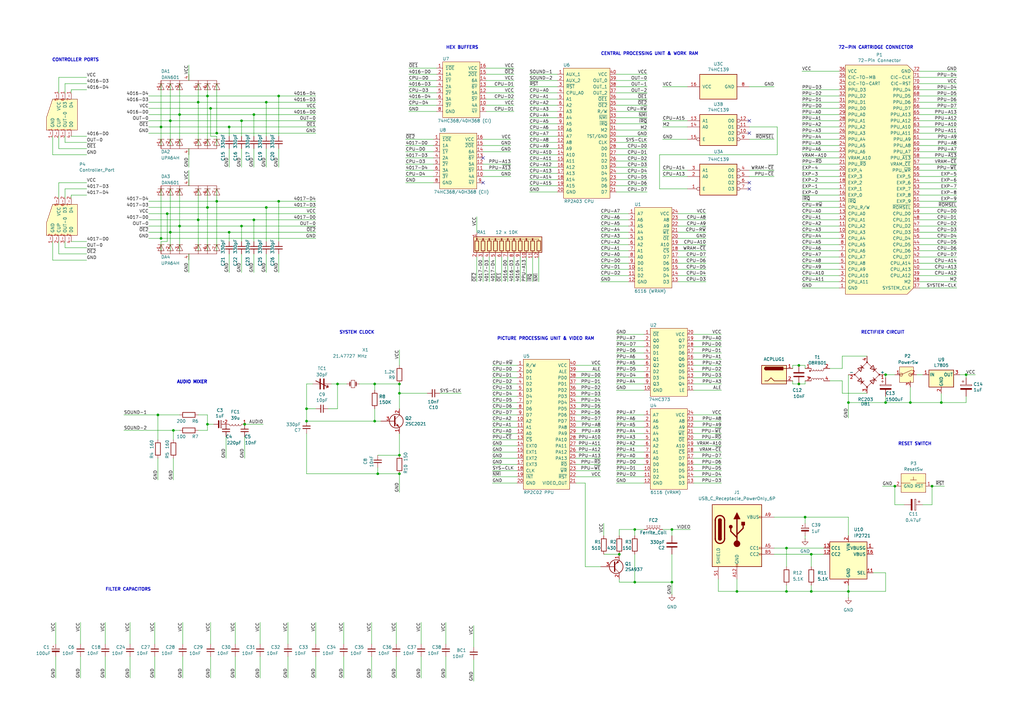
<source format=kicad_sch>
(kicad_sch (version 20231120) (generator "eeschema") (generator_version "8.0")
  (paper "A3")
  (title_block (title "NESN-CPU-01") (rev "01") (comment 1 "KiCad Schematic by Redherring32") (comment 2 "Reverse Engineered by Redherring32") (comment 3 "Nintendo Entertainment System (NES) Motherboard"))
  (lib_symbols
    (symbol "74xx:74LS139" (pin_names (offset 1.016))
      (property "Reference" "U" (at -7.62 8.89 0))
      (property "Value" "74LS139" (at -7.62 -8.89 0))
      (symbol "74LS139_1_0"
        (pin input inverted (at -12.7 -5.08 0) (length 5.08) (name "E") (number "1"))
        (pin input line (at -12.7 0 0) (length 5.08) (name "A0") (number "2"))
        (pin input line (at -12.7 2.54 0) (length 5.08) (name "A1") (number "3"))
        (pin output inverted (at 12.7 2.54 180) (length 5.08) (name "O0") (number "4"))
        (pin output inverted (at 12.7 0 180) (length 5.08) (name "O1") (number "5"))
        (pin output inverted (at 12.7 -2.54 180) (length 5.08) (name "O2") (number "6"))
        (pin output inverted (at 12.7 -5.08 180) (length 5.08) (name "O3") (number "7"))
      )
      (symbol "74LS139_2_0"
        (pin output inverted (at 12.7 -2.54 180) (length 5.08) (name "O2") (number "10"))
        (pin output inverted (at 12.7 0 180) (length 5.08) (name "O1") (number "11"))
        (pin output inverted (at 12.7 2.54 180) (length 5.08) (name "O0") (number "12"))
        (pin input line (at -12.7 2.54 0) (length 5.08) (name "A1") (number "13"))
        (pin input line (at -12.7 0 0) (length 5.08) (name "A0") (number "14"))
        (pin input inverted (at -12.7 -5.08 0) (length 5.08) (name "E") (number "15"))
        (pin output inverted (at 12.7 -5.08 180) (length 5.08) (name "O3") (number "9"))
      )
      (symbol "74LS139_3_0"
        (pin power_in line (at 0 12.7 270) (length 5.08) (name "VCC") (number "16"))
        (pin power_in line (at 0 -12.7 90) (length 5.08) (name "GND") (number "8"))
      )
    )
    (symbol "Connector:Jack-DC" (pin_names (offset 1.016))
      (property "Reference" "J" (at 0 5.334 0))
      (property "Value" "Jack-DC" (at 0 -5.08 0))
      (symbol "Jack-DC_1_1"
        (pin passive line (at 7.62 2.54 180) (length 2.54) (name "~") (number "1"))
        (pin passive line (at 7.62 -2.54 180) (length 2.54) (name "~") (number "2"))
      )
    )
    (symbol "Connector:USB_C_Receptacle_PowerOnly_6P" (pin_names (offset 1.016))
      (property "Reference" "J" (at 0 16.51 0))
      (property "Value" "USB_C_Receptacle_PowerOnly_6P" (at 0 13.97 0))
      (symbol "USB_C_Receptacle_PowerOnly_6P_1_1"
        (pin passive line (at 0 -17.78 90) (length 5.08) (name "GND") (number "A12"))
        (pin bidirectional line (at 15.24 -5.08 180) (length 5.08) (name "CC1") (number "A5"))
        (pin passive line (at 15.24 7.62 180) (length 5.08) (name "VBUS") (number "A9"))
        (pin passive line (at 0 -17.78 90) (length 5.08) hide (name "GND") (number "B12"))
        (pin bidirectional line (at 15.24 -7.62 180) (length 5.08) (name "CC2") (number "B5"))
        (pin passive line (at 15.24 7.62 180) (length 5.08) hide (name "VBUS") (number "B9"))
        (pin passive line (at -7.62 -17.78 90) (length 5.08) (name "SHIELD") (number "S1"))
      )
    )
    (symbol "Device:C" (pin_numbers hide) (pin_names (offset 0.254))
      (property "Reference" "C" (at 0.635 2.54 0))
      (property "Value" "C" (at 0.635 -2.54 0))
      (symbol "C_1_1"
        (pin passive line (at 0 3.81 270) (length 2.794) (name "~") (number "1"))
        (pin passive line (at 0 -3.81 90) (length 2.794) (name "~") (number "2"))
      )
    )
    (symbol "Device:C_Polarized" (pin_numbers hide) (pin_names (offset 0.254))
      (property "Reference" "C" (at 0.635 2.54 0))
      (property "Value" "C_Polarized" (at 0.635 -2.54 0))
      (symbol "C_Polarized_1_1"
        (pin passive line (at 0 3.81 270) (length 2.794) (name "~") (number "1"))
        (pin passive line (at 0 -3.81 90) (length 2.794) (name "~") (number "2"))
      )
    )
    (symbol "Device:C_Polarized_Small" (pin_numbers hide) (pin_names (offset 0.254) hide)
      (property "Reference" "C" (at 0.254 1.778 0))
      (property "Value" "C_Polarized_Small" (at 0.254 -2.032 0))
      (symbol "C_Polarized_Small_1_1"
        (pin passive line (at 0 2.54 270) (length 1.8542) (name "~") (number "1"))
        (pin passive line (at 0 -2.54 90) (length 1.8542) (name "~") (number "2"))
      )
    )
    (symbol "Device:C_Small" (pin_numbers hide) (pin_names (offset 0.254) hide)
      (property "Reference" "C" (at 0.254 1.778 0))
      (property "Value" "C_Small" (at 0.254 -2.032 0))
      (symbol "C_Small_1_1"
        (pin passive line (at 0 2.54 270) (length 2.032) (name "~") (number "1"))
        (pin passive line (at 0 -2.54 90) (length 2.032) (name "~") (number "2"))
      )
    )
    (symbol "Device:C_Variable" (pin_numbers hide) (pin_names (offset 0.254) hide)
      (property "Reference" "C" (at 0.635 -1.905 0))
      (property "Value" "C_Variable" (at 0.635 -3.81 0))
      (symbol "C_Variable_1_1"
        (pin passive line (at 0 3.81 270) (length 3.048) (name "~") (number "1"))
        (pin passive line (at 0 -3.81 90) (length 3.048) (name "~") (number "2"))
      )
    )
    (symbol "Device:Crystal_Small" (pin_numbers hide) (pin_names (offset 1.016) hide)
      (property "Reference" "Y" (at 0 2.54 0))
      (property "Value" "Crystal_Small" (at 0 -2.54 0))
      (symbol "Crystal_Small_1_1"
        (pin passive line (at -2.54 0 0) (length 1.27) (name "1") (number "1"))
        (pin passive line (at 2.54 0 180) (length 1.27) (name "2") (number "2"))
      )
    )
    (symbol "Device:D_Bridge_+-AA" (pin_names (offset 0))
      (property "Reference" "D" (at 2.54 6.985 0))
      (property "Value" "D_Bridge_+-AA" (at 2.54 5.08 0))
      (symbol "D_Bridge_+-AA_1_1"
        (pin passive line (at 7.62 0 180) (length 2.54) (name "+") (number "1"))
        (pin passive line (at -7.62 0 0) (length 2.54) (name "-") (number "2"))
        (pin passive line (at 0 7.62 270) (length 2.54) (name "~") (number "3"))
        (pin passive line (at 0 -7.62 90) (length 2.54) (name "~") (number "4"))
      )
    )
    (symbol "Device:L_Coupled" (pin_names (offset 0.254) hide)
      (property "Reference" "L" (at 0 4.445 0))
      (property "Value" "L_Coupled" (at 0 -4.445 0))
      (symbol "L_Coupled_1_1"
        (pin passive line (at -5.08 2.54 0) (length 2.54) (name "1") (number "1"))
        (pin passive line (at 5.08 2.54 180) (length 2.54) (name "2") (number "2"))
        (pin passive line (at -5.08 -2.54 0) (length 2.54) (name "3") (number "3"))
        (pin passive line (at 5.08 -2.54 180) (length 2.54) (name "4") (number "4"))
      )
    )
    (symbol "Device:L_Ferrite" (pin_numbers hide) (pin_names (offset 1.016) hide)
      (property "Reference" "L" (at -1.27 0 90))
      (property "Value" "L_Ferrite" (at 2.794 0 90))
      (symbol "L_Ferrite_1_1"
        (pin passive line (at 0 3.81 270) (length 1.27) (name "1") (number "1"))
        (pin passive line (at 0 -3.81 90) (length 1.27) (name "2") (number "2"))
      )
    )
    (symbol "Device:Q_NPN_ECB" (pin_names (offset 0) hide)
      (property "Reference" "Q" (at 5.08 1.27 0))
      (property "Value" "Q_NPN_ECB" (at 5.08 -1.27 0))
      (symbol "Q_NPN_ECB_1_1"
        (pin passive line (at 2.54 -5.08 90) (length 2.54) (name "E") (number "1"))
        (pin passive line (at 2.54 5.08 270) (length 2.54) (name "C") (number "2"))
        (pin passive line (at -5.08 0 0) (length 5.715) (name "B") (number "3"))
      )
    )
    (symbol "Device:Q_PNP_ECB" (pin_names (offset 0) hide)
      (property "Reference" "Q" (at 5.08 1.27 0))
      (property "Value" "Q_PNP_ECB" (at 5.08 -1.27 0))
      (symbol "Q_PNP_ECB_1_1"
        (pin passive line (at 2.54 -5.08 90) (length 2.54) (name "E") (number "1"))
        (pin passive line (at 2.54 5.08 270) (length 2.54) (name "C") (number "2"))
        (pin input line (at -5.08 0 0) (length 5.715) (name "B") (number "3"))
      )
    )
    (symbol "Device:R" (pin_numbers hide) (pin_names (offset 0))
      (property "Reference" "R" (at 2.032 0 90))
      (property "Value" "R" (at 0 0 90))
      (symbol "R_1_1"
        (pin passive line (at 0 3.81 270) (length 1.27) (name "~") (number "1"))
        (pin passive line (at 0 -3.81 90) (length 1.27) (name "~") (number "2"))
      )
    )
    (symbol "Device:R_Network11" (pin_names (offset 0) hide)
      (property "Reference" "RN" (at -15.24 0 90))
      (property "Value" "R_Network11" (at 15.24 0 90))
      (symbol "R_Network11_1_1"
        (pin passive line (at -12.7 5.08 270) (length 2.54) (name "common") (number "1"))
        (pin passive line (at 7.62 -5.08 90) (length 1.27) (name "R9") (number "10"))
        (pin passive line (at 10.16 -5.08 90) (length 1.27) (name "R10") (number "11"))
        (pin passive line (at 12.7 -5.08 90) (length 1.27) (name "R11") (number "12"))
        (pin passive line (at -12.7 -5.08 90) (length 1.27) (name "R1") (number "2"))
        (pin passive line (at -10.16 -5.08 90) (length 1.27) (name "R2") (number "3"))
        (pin passive line (at -7.62 -5.08 90) (length 1.27) (name "R3") (number "4"))
        (pin passive line (at -5.08 -5.08 90) (length 1.27) (name "R4") (number "5"))
        (pin passive line (at -2.54 -5.08 90) (length 1.27) (name "R5") (number "6"))
        (pin passive line (at 0 -5.08 90) (length 1.27) (name "R6") (number "7"))
        (pin passive line (at 2.54 -5.08 90) (length 1.27) (name "R7") (number "8"))
        (pin passive line (at 5.08 -5.08 90) (length 1.27) (name "R8") (number "9"))
      )
    )
    (symbol "Interface_USB:IP2721"
      (property "Reference" "U" (at 5.08 -10.16 0))
      (property "Value" "IP2721" (at 7.62 -12.7 0))
      (symbol "IP2721_1_1"
        (pin output line (at 10.16 5.08 180) (length 2.54) (name "VBUSG") (number "1"))
        (pin no_connect line (at -2.54 -7.62 90) (length 2.54) hide (name "NC") (number "10"))
        (pin input line (at 10.16 -5.08 180) (length 2.54) (name "SEL") (number "11"))
        (pin bidirectional line (at -10.16 2.54 0) (length 2.54) (name "CC2") (number "12"))
        (pin bidirectional line (at -10.16 5.08 0) (length 2.54) (name "CC1") (number "13"))
        (pin no_connect line (at 2.54 -7.62 90) (length 2.54) hide (name "NC") (number "14"))
        (pin no_connect line (at 5.08 -7.62 90) (length 2.54) hide (name "NC") (number "15"))
        (pin input line (at 10.16 2.54 180) (length 2.54) (name "VBUS") (number "16"))
        (pin power_in line (at 0 10.16 270) (length 2.54) (name "VIN") (number "2"))
        (pin no_connect line (at -5.08 7.62 270) (length 2.54) hide (name "NC") (number "3"))
        (pin no_connect line (at -7.62 -2.54 0) (length 2.54) hide (name "NC") (number "4"))
        (pin power_in line (at 0 -10.16 90) (length 2.54) (name "GND") (number "5"))
        (pin no_connect line (at -2.54 7.62 270) (length 2.54) hide (name "NC") (number "6"))
        (pin no_connect line (at 2.54 7.62 270) (length 2.54) hide (name "NC") (number "7"))
        (pin no_connect line (at 5.08 7.62 270) (length 2.54) hide (name "NC") (number "8"))
        (pin no_connect line (at -5.08 -7.62 90) (length 2.54) hide (name "NC") (number "9"))
      )
    )
    (symbol "Motherboard:2KB_SRAM" (pin_names (offset 1.016))
      (property "Reference" "U" (at -6.35 17.78 0))
      (property "Value" "2KB_SRAM" (at 2.54 -17.78 0))
      (symbol "2KB_SRAM_1_1"
        (pin passive line (at -10.16 13.97 0) (length 2.54) (name "A7") (number "1"))
        (pin passive line (at -10.16 -8.89 0) (length 2.54) (name "D1") (number "10"))
        (pin passive line (at -10.16 -11.43 0) (length 2.54) (name "D2") (number "11"))
        (pin passive line (at -10.16 -13.97 0) (length 2.54) (name "GND~{}") (number "12"))
        (pin passive line (at 10.16 -13.97 180) (length 2.54) (name "D3") (number "13"))
        (pin passive line (at 10.16 -11.43 180) (length 2.54) (name "D4") (number "14"))
        (pin passive line (at 10.16 -8.89 180) (length 2.54) (name "D5") (number "15"))
        (pin passive line (at 10.16 -6.35 180) (length 2.54) (name "D6") (number "16"))
        (pin passive line (at 10.16 -3.81 180) (length 2.54) (name "D7") (number "17"))
        (pin passive line (at 10.16 -1.27 180) (length 2.54) (name "~{CS}") (number "18"))
        (pin passive line (at 10.16 1.27 180) (length 2.54) (name "A10") (number "19"))
        (pin passive line (at -10.16 11.43 0) (length 2.54) (name "A6~{}") (number "2"))
        (pin passive line (at 10.16 3.81 180) (length 2.54) (name "~{OE}") (number "20"))
        (pin passive line (at 10.16 6.35 180) (length 2.54) (name "~{WE}") (number "21"))
        (pin passive line (at 10.16 8.89 180) (length 2.54) (name "A9") (number "22"))
        (pin passive line (at 10.16 11.43 180) (length 2.54) (name "A8") (number "23"))
        (pin passive line (at 10.16 13.97 180) (length 2.54) (name "VCC") (number "24"))
        (pin passive line (at -10.16 8.89 0) (length 2.54) (name "A5~{}") (number "3"))
        (pin passive line (at -10.16 6.35 0) (length 2.54) (name "A4~{}") (number "4"))
        (pin passive line (at -10.16 3.81 0) (length 2.54) (name "A3~{}") (number "5"))
        (pin passive line (at -10.16 1.27 0) (length 2.54) (name "A2") (number "6"))
        (pin passive line (at -10.16 -1.27 0) (length 2.54) (name "A1") (number "7"))
        (pin passive line (at -10.16 -3.81 0) (length 2.54) (name "A0") (number "8"))
        (pin passive line (at -10.16 -6.35 0) (length 2.54) (name "D0") (number "9"))
      )
    )
    (symbol "Motherboard:72-Pin_Connector" (pin_names (offset 1.016))
      (property "Reference" "J" (at -12.7 49.53 0))
      (property "Value" "72-Pin_Connector" (at 5.08 -46.99 0))
      (symbol "72-Pin_Connector_1_1"
        (pin passive line (at -16.51 -43.18 0) (length 2.54) (name "GND") (number "1"))
        (pin input line (at -16.51 -20.32 0) (length 2.54) (name "CPU_A3") (number "10"))
        (pin input line (at -16.51 -17.78 0) (length 2.54) (name "CPU_A2") (number "11"))
        (pin input line (at -16.51 -15.24 0) (length 2.54) (name "CPU_A1") (number "12"))
        (pin input line (at -16.51 -12.7 0) (length 2.54) (name "CPU_A0") (number "13"))
        (pin input line (at -16.51 -10.16 0) (length 2.54) (name "CPU_R/W") (number "14"))
        (pin output line (at -16.51 -7.62 0) (length 2.54) (name "~{IRQ}") (number "15"))
        (pin passive line (at -16.51 -5.08 0) (length 2.54) (name "EXP_0") (number "16"))
        (pin passive line (at -16.51 -2.54 0) (length 2.54) (name "EXP_1") (number "17"))
        (pin passive line (at -16.51 0 0) (length 2.54) (name "EXP_2") (number "18"))
        (pin passive line (at -16.51 2.54 0) (length 2.54) (name "EXP_3") (number "19"))
        (pin input line (at -16.51 -40.64 0) (length 2.54) (name "CPU_A11") (number "2"))
        (pin passive line (at -16.51 5.08 0) (length 2.54) (name "EXP_4") (number "20"))
        (pin input line (at -16.51 7.62 0) (length 2.54) (name "PPU_~{RD}") (number "21"))
        (pin output line (at -16.51 10.16 0) (length 2.54) (name "VRAM_A10") (number "22"))
        (pin input line (at -16.51 12.7 0) (length 2.54) (name "PPU_A6") (number "23"))
        (pin input line (at -16.51 15.24 0) (length 2.54) (name "PPU_A5") (number "24"))
        (pin input line (at -16.51 17.78 0) (length 2.54) (name "PPU_A4") (number "25"))
        (pin input line (at -16.51 20.32 0) (length 2.54) (name "PPU_A3") (number "26"))
        (pin input line (at -16.51 22.86 0) (length 2.54) (name "PPU_A2") (number "27"))
        (pin input line (at -16.51 25.4 0) (length 2.54) (name "PPU_A1") (number "28"))
        (pin input line (at -16.51 27.94 0) (length 2.54) (name "PPU_A0") (number "29"))
        (pin input line (at -16.51 -38.1 0) (length 2.54) (name "CPU_A10") (number "3"))
        (pin bidirectional line (at -16.51 30.48 0) (length 2.54) (name "PPU_D0") (number "30"))
        (pin bidirectional line (at -16.51 33.02 0) (length 2.54) (name "PPU_D1") (number "31"))
        (pin bidirectional line (at -16.51 35.56 0) (length 2.54) (name "PPU_D2") (number "32"))
        (pin bidirectional line (at -16.51 38.1 0) (length 2.54) (name "PPU_D3") (number "33"))
        (pin input line (at -16.51 40.64 0) (length 2.54) (name "CIC-TO-CART") (number "34"))
        (pin output line (at -16.51 43.18 0) (length 2.54) (name "CIC-TO-MB") (number "35"))
        (pin passive line (at -16.51 45.72 0) (length 2.54) (name "VCC") (number "36"))
        (pin input line (at 16.51 -43.18 180) (length 2.54) (name "SYSTEM_CLK") (number "37"))
        (pin input line (at 16.51 -40.64 180) (length 2.54) (name "M2") (number "38"))
        (pin input line (at 16.51 -38.1 180) (length 2.54) (name "CPU_A12") (number "39"))
        (pin input line (at -16.51 -35.56 0) (length 2.54) (name "CPU_A9") (number "4"))
        (pin input line (at 16.51 -35.56 180) (length 2.54) (name "CPU_A13") (number "40"))
        (pin input line (at 16.51 -33.02 180) (length 2.54) (name "CPU_A14") (number "41"))
        (pin bidirectional line (at 16.51 -30.48 180) (length 2.54) (name "CPU_D7") (number "42"))
        (pin bidirectional line (at 16.51 -27.94 180) (length 2.54) (name "CPU_D6") (number "43"))
        (pin bidirectional line (at 16.51 -25.4 180) (length 2.54) (name "CPU_D5") (number "44"))
        (pin bidirectional line (at 16.51 -22.86 180) (length 2.54) (name "CPU_D4") (number "45"))
        (pin bidirectional line (at 16.51 -20.32 180) (length 2.54) (name "CPU_D3") (number "46"))
        (pin bidirectional line (at 16.51 -17.78 180) (length 2.54) (name "CPU_D2") (number "47"))
        (pin bidirectional line (at 16.51 -15.24 180) (length 2.54) (name "CPU_D1") (number "48"))
        (pin bidirectional line (at 16.51 -12.7 180) (length 2.54) (name "CPU_D0") (number "49"))
        (pin input line (at -16.51 -33.02 0) (length 2.54) (name "CPU_A8") (number "5"))
        (pin input line (at 16.51 -10.16 180) (length 2.54) (name "~{ROMSEL}") (number "50"))
        (pin passive line (at 16.51 -7.62 180) (length 2.54) (name "EXP_9") (number "51"))
        (pin passive line (at 16.51 -5.08 180) (length 2.54) (name "EXP_8") (number "52"))
        (pin passive line (at 16.51 -2.54 180) (length 2.54) (name "EXP_7") (number "53"))
        (pin passive line (at 16.51 0 180) (length 2.54) (name "EXP_6") (number "54"))
        (pin passive line (at 16.51 2.54 180) (length 2.54) (name "EXP_5") (number "55"))
        (pin input line (at 16.51 5.08 180) (length 2.54) (name "PPU_~{WR}") (number "56"))
        (pin output line (at 16.51 7.62 180) (length 2.54) (name "VRAM_~{CE}") (number "57"))
        (pin input line (at 16.51 10.16 180) (length 2.54) (name "PPU_~{A13}") (number "58"))
        (pin input line (at 16.51 12.7 180) (length 2.54) (name "PPU_A7") (number "59"))
        (pin input line (at -16.51 -30.48 0) (length 2.54) (name "CPU_A7") (number "6"))
        (pin input line (at 16.51 15.24 180) (length 2.54) (name "PPU_A8") (number "60"))
        (pin input line (at 16.51 17.78 180) (length 2.54) (name "PPU_A9") (number "61"))
        (pin input line (at 16.51 20.32 180) (length 2.54) (name "PPU_A11") (number "62"))
        (pin input line (at 16.51 22.86 180) (length 2.54) (name "PPU_A10") (number "63"))
        (pin input line (at 16.51 25.4 180) (length 2.54) (name "PPU_A12") (number "64"))
        (pin input line (at 16.51 27.94 180) (length 2.54) (name "PPU_A13") (number "65"))
        (pin bidirectional line (at 16.51 30.48 180) (length 2.54) (name "PPU_D7") (number "66"))
        (pin bidirectional line (at 16.51 33.02 180) (length 2.54) (name "PPU_D6") (number "67"))
        (pin bidirectional line (at 16.51 35.56 180) (length 2.54) (name "PPU_D5") (number "68"))
        (pin bidirectional line (at 16.51 38.1 180) (length 2.54) (name "PPU_D4") (number "69"))
        (pin input line (at -16.51 -27.94 0) (length 2.54) (name "CPU_A6") (number "7"))
        (pin input line (at 16.51 40.64 180) (length 2.54) (name "CIC-RST") (number "70"))
        (pin input line (at 16.51 43.18 180) (length 2.54) (name "CIC-CLK") (number "71"))
        (pin passive line (at 16.51 45.72 180) (length 2.54) (name "GND") (number "72"))
        (pin input line (at -16.51 -25.4 0) (length 2.54) (name "CPU_A5") (number "8"))
        (pin input line (at -16.51 -22.86 0) (length 2.54) (name "CPU_A4") (number "9"))
      )
    )
    (symbol "Motherboard:74HC368" (pin_names (offset 1.016))
      (property "Reference" "U" (at -6.35 12.7 0))
      (property "Value" "74HC368" (at 2.54 -12.7 0))
      (symbol "74HC368_1_1"
        (pin input line (at -10.16 8.89 0) (length 2.54) (name "~{1OE}") (number "1"))
        (pin input line (at 10.16 -6.35 180) (length 2.54) (name "4A") (number "10"))
        (pin output line (at 10.16 -3.81 180) (length 2.54) (name "~{5Y}") (number "11"))
        (pin input line (at 10.16 -1.27 180) (length 2.54) (name "5A") (number "12"))
        (pin output line (at 10.16 1.27 180) (length 2.54) (name "~{6Y}") (number "13"))
        (pin input line (at 10.16 3.81 180) (length 2.54) (name "6A") (number "14"))
        (pin input line (at 10.16 6.35 180) (length 2.54) (name "~{2OE}") (number "15"))
        (pin passive line (at 10.16 8.89 180) (length 2.54) (name "VCC") (number "16"))
        (pin input line (at -10.16 6.35 0) (length 2.54) (name "1A") (number "2"))
        (pin output line (at -10.16 3.81 0) (length 2.54) (name "~{1Y}") (number "3"))
        (pin input line (at -10.16 1.27 0) (length 2.54) (name "2A") (number "4"))
        (pin output line (at -10.16 -1.27 0) (length 2.54) (name "~{2Y}") (number "5"))
        (pin input line (at -10.16 -3.81 0) (length 2.54) (name "3A") (number "6"))
        (pin output line (at -10.16 -6.35 0) (length 2.54) (name "~{3Y}") (number "7"))
        (pin passive line (at -10.16 -8.89 0) (length 2.54) (name "GND") (number "8"))
        (pin output line (at 10.16 -8.89 180) (length 2.54) (name "~{4Y}") (number "9"))
      )
    )
    (symbol "Motherboard:74HC373" (pin_names (offset 1.016))
      (property "Reference" "U" (at -6.35 15.24 0))
      (property "Value" "74HC373" (at 2.54 -15.24 0))
      (symbol "74HC373_1_1"
        (pin input line (at -10.16 11.43 0) (length 2.54) (name "~{OE}") (number "1"))
        (pin passive line (at -10.16 -11.43 0) (length 2.54) (name "GND") (number "10"))
        (pin input line (at 10.16 -11.43 180) (length 2.54) (name "LE") (number "11"))
        (pin output line (at 10.16 -8.89 180) (length 2.54) (name "Q4") (number "12"))
        (pin input line (at 10.16 -6.35 180) (length 2.54) (name "D4") (number "13"))
        (pin input line (at 10.16 -3.81 180) (length 2.54) (name "D5") (number "14"))
        (pin output line (at 10.16 -1.27 180) (length 2.54) (name "Q5") (number "15"))
        (pin output line (at 10.16 1.27 180) (length 2.54) (name "Q6") (number "16"))
        (pin input line (at 10.16 3.81 180) (length 2.54) (name "D6") (number "17"))
        (pin input line (at 10.16 6.35 180) (length 2.54) (name "D7") (number "18"))
        (pin output line (at 10.16 8.89 180) (length 2.54) (name "Q7") (number "19"))
        (pin output line (at -10.16 8.89 0) (length 2.54) (name "Q0") (number "2"))
        (pin passive line (at 10.16 11.43 180) (length 2.54) (name "VCC") (number "20"))
        (pin input line (at -10.16 6.35 0) (length 2.54) (name "D0") (number "3"))
        (pin input line (at -10.16 3.81 0) (length 2.54) (name "D1") (number "4"))
        (pin output line (at -10.16 1.27 0) (length 2.54) (name "Q1") (number "5"))
        (pin output line (at -10.16 -1.27 0) (length 2.54) (name "Q2") (number "6"))
        (pin input line (at -10.16 -3.81 0) (length 2.54) (name "D2") (number "7"))
        (pin input line (at -10.16 -6.35 0) (length 2.54) (name "D3") (number "8"))
        (pin output line (at -10.16 -8.89 0) (length 2.54) (name "Q3") (number "9"))
      )
    )
    (symbol "Motherboard:Controller_Port" (pin_names (offset 1.016))
      (property "Reference" "J" (at -5.08 8.89 0))
      (property "Value" "Controller_Port" (at 0 -6.35 0))
      (symbol "Controller_Port_1_1"
        (pin passive line (at 34.29 5.08 0) (length 2.54) (name "GND") (number "1-1"))
        (pin passive line (at -8.89 5.08 0) (length 2.54) (name "GND") (number "1-2"))
        (pin output line (at 34.29 2.54 0) (length 2.54) (name "CUP") (number "2-1"))
        (pin output line (at -8.89 2.54 0) (length 2.54) (name "CUP") (number "2-2"))
        (pin output line (at 34.29 0 0) (length 2.54) (name "OUT-0") (number "3-1"))
        (pin output line (at -8.89 0 0) (length 2.54) (name "OUT-0") (number "3-2"))
        (pin input line (at 34.29 -2.54 0) (length 2.54) (name "D0") (number "4-1"))
        (pin input line (at -8.89 -2.54 0) (length 2.54) (name "D0") (number "4-2"))
        (pin passive line (at 52.07 2.54 180) (length 2.54) (name "VCC") (number "5-1"))
        (pin passive line (at 8.89 2.54 180) (length 2.54) (name "VCC") (number "5-2"))
        (pin input line (at 52.07 0 180) (length 2.54) (name "D3") (number "6-1"))
        (pin input line (at 8.89 0 180) (length 2.54) (name "D3") (number "6-2"))
        (pin input line (at 52.07 -2.54 180) (length 2.54) (name "D4") (number "7-1"))
        (pin input line (at 8.89 -2.54 180) (length 2.54) (name "D4") (number "7-2"))
      )
    )
    (symbol "Motherboard:Diode_Array_7pin_(Anode-Common)" (pin_names (offset 1.016))
      (property "Reference" "U" (at 0 0 0))
      (property "Value" "Diode_Array_7pin_(Anode-Common)" (at 0 0 0))
      (symbol "Diode_Array_7pin_(Anode-Common)_1_1"
        (pin output line (at -8.89 -5.08 270) (length 2.54) (name "~") (number "1"))
        (pin output line (at -5.08 -5.08 270) (length 2.54) (name "~") (number "2"))
        (pin output line (at -1.27 -5.08 270) (length 2.54) (name "~") (number "3"))
        (pin input line (at 2.54 -3.81 90) (length 2.54) (name "~") (number "4"))
        (pin output line (at 6.35 -5.08 270) (length 2.54) (name "~") (number "5"))
        (pin output line (at 10.16 -5.08 270) (length 2.54) (name "~") (number "6"))
        (pin output line (at 13.97 -5.08 270) (length 2.54) (name "~") (number "7"))
      )
    )
    (symbol "Motherboard:Diode_Array_7pin_(Cathode-Common)" (pin_names (offset 1.016))
      (property "Reference" "U" (at 0 0 0))
      (property "Value" "Diode_Array_7pin_(Cathode-Common)" (at 0 0 0))
      (symbol "Diode_Array_7pin_(Cathode-Common)_1_1"
        (pin output line (at -8.89 -5.08 270) (length 2.54) (name "~") (number "1"))
        (pin output line (at -5.08 -5.08 270) (length 2.54) (name "~") (number "2"))
        (pin output line (at -1.27 -5.08 270) (length 2.54) (name "~") (number "3"))
        (pin input line (at 2.54 -3.81 90) (length 2.54) (name "~") (number "4"))
        (pin output line (at 6.35 -5.08 270) (length 2.54) (name "~") (number "5"))
        (pin output line (at 10.16 -5.08 270) (length 2.54) (name "~") (number "6"))
        (pin output line (at 13.97 -5.08 270) (length 2.54) (name "~") (number "7"))
      )
    )
    (symbol "Motherboard:Ferrite_Core" (pin_names (offset 1.016))
      (property "Reference" "FC" (at 0 0 0))
      (property "Value" "Ferrite_Core" (at 0 0 0))
      (symbol "Ferrite_Core_1_1"
        (pin input line (at -8.89 -5.08 0) (length 0) (name "~") (number "1"))
        (pin output line (at -1.27 -5.08 0) (length 0) (name "~") (number "2"))
      )
    )
    (symbol "Motherboard:PowerSwitch" (pin_names (offset 1.016))
      (property "Reference" "S" (at -40.64 -12.065 0))
      (property "Value" "PowerSwitch" (at -40.64 -12.065 0))
      (symbol "PowerSwitch_1_1"
        (pin input line (at -44.45 -5.08 0) (length 2.54) (name "~") (number "1"))
        (pin input line (at -35.56 -5.08 180) (length 2.54) (name "~") (number "2"))
        (pin input line (at -38.1 -10.16 90) (length 2.54) (name "~") (number "3"))
      )
    )
    (symbol "Motherboard:RP2A03_CPU" (pin_names (offset 1.016))
      (property "Reference" "U" (at -8.89 27.94 0))
      (property "Value" "RP2A03_CPU" (at 2.54 -27.94 0))
      (symbol "RP2A03_CPU_1_1"
        (pin output line (at -12.7 24.13 0) (length 2.54) (name "AUX_1") (number "1"))
        (pin output line (at -12.7 1.27 0) (length 2.54) (name "A6") (number "10"))
        (pin output line (at -12.7 -1.27 0) (length 2.54) (name "A7") (number "11"))
        (pin output line (at -12.7 -3.81 0) (length 2.54) (name "A8") (number "12"))
        (pin output line (at -12.7 -6.35 0) (length 2.54) (name "A9") (number "13"))
        (pin output line (at -12.7 -8.89 0) (length 2.54) (name "A10") (number "14"))
        (pin output line (at -12.7 -11.43 0) (length 2.54) (name "A11") (number "15"))
        (pin output line (at -12.7 -13.97 0) (length 2.54) (name "A12") (number "16"))
        (pin output line (at -12.7 -16.51 0) (length 2.54) (name "A13") (number "17"))
        (pin output line (at -12.7 -19.05 0) (length 2.54) (name "A14") (number "18"))
        (pin output line (at -12.7 -21.59 0) (length 2.54) (name "A15") (number "19"))
        (pin output line (at -12.7 21.59 0) (length 2.54) (name "AUX_2") (number "2"))
        (pin passive line (at -12.7 -24.13 0) (length 2.54) (name "GND") (number "20"))
        (pin bidirectional line (at 11.43 -24.13 180) (length 2.54) (name "D7") (number "21"))
        (pin bidirectional line (at 11.43 -21.59 180) (length 2.54) (name "D6") (number "22"))
        (pin bidirectional line (at 11.43 -19.05 180) (length 2.54) (name "D5") (number "23"))
        (pin bidirectional line (at 11.43 -16.51 180) (length 2.54) (name "D4") (number "24"))
        (pin bidirectional line (at 11.43 -13.97 180) (length 2.54) (name "D3") (number "25"))
        (pin bidirectional line (at 11.43 -11.43 180) (length 2.54) (name "D2") (number "26"))
        (pin bidirectional line (at 11.43 -8.89 180) (length 2.54) (name "D1") (number "27"))
        (pin bidirectional line (at 11.43 -6.35 180) (length 2.54) (name "D0") (number "28"))
        (pin input line (at 11.43 -3.81 180) (length 2.54) (name "CLK") (number "29"))
        (pin input line (at -12.7 19.05 0) (length 2.54) (name "~{RST}") (number "3"))
        (pin input line (at 11.43 -1.27 180) (length 2.54) (name "TST/GND") (number "30"))
        (pin output line (at 11.43 1.27 180) (length 2.54) (name "M2") (number "31"))
        (pin input line (at 11.43 3.81 180) (length 2.54) (name "~{IRQ}") (number "32"))
        (pin input line (at 11.43 6.35 180) (length 2.54) (name "~{NMI}") (number "33"))
        (pin output line (at 11.43 8.89 180) (length 2.54) (name "R/W") (number "34"))
        (pin output line (at 11.43 11.43 180) (length 2.54) (name "~{OE2}") (number "35"))
        (pin output line (at 11.43 13.97 180) (length 2.54) (name "~{OE1}") (number "36"))
        (pin output line (at 11.43 16.51 180) (length 2.54) (name "OUT_2") (number "37"))
        (pin output line (at 11.43 19.05 180) (length 2.54) (name "OUT_1") (number "38"))
        (pin output line (at 11.43 21.59 180) (length 2.54) (name "OUT_0") (number "39"))
        (pin output line (at -12.7 16.51 0) (length 2.54) (name "CPU_A0") (number "4"))
        (pin passive line (at 11.43 24.13 180) (length 2.54) (name "VCC") (number "40"))
        (pin output line (at -12.7 13.97 0) (length 2.54) (name "A1") (number "5"))
        (pin output line (at -12.7 11.43 0) (length 2.54) (name "A2") (number "6"))
        (pin output line (at -12.7 8.89 0) (length 2.54) (name "A3") (number "7"))
        (pin output line (at -12.7 6.35 0) (length 2.54) (name "A4") (number "8"))
        (pin output line (at -12.7 3.81 0) (length 2.54) (name "A5") (number "9"))
      )
    )
    (symbol "Motherboard:RP2C02_PPU" (pin_names (offset 1.016))
      (property "Reference" "U" (at -8.89 27.94 0))
      (property "Value" "RP2C02_PPU" (at 2.54 -27.94 0))
      (symbol "RP2C02_PPU_1_1"
        (pin input line (at -12.7 24.13 0) (length 2.54) (name "R/W") (number "1"))
        (pin input line (at -12.7 1.27 0) (length 2.54) (name "A2") (number "10"))
        (pin input line (at -12.7 -1.27 0) (length 2.54) (name "A1") (number "11"))
        (pin input line (at -12.7 -3.81 0) (length 2.54) (name "A0") (number "12"))
        (pin input line (at -12.7 -6.35 0) (length 2.54) (name "~{CS}") (number "13"))
        (pin bidirectional line (at -12.7 -8.89 0) (length 2.54) (name "EXT0") (number "14"))
        (pin bidirectional line (at -12.7 -11.43 0) (length 2.54) (name "EXT1") (number "15"))
        (pin bidirectional line (at -12.7 -13.97 0) (length 2.54) (name "EXT2") (number "16"))
        (pin bidirectional line (at -12.7 -16.51 0) (length 2.54) (name "EXT3") (number "17"))
        (pin input line (at -12.7 -19.05 0) (length 2.54) (name "CLK") (number "18"))
        (pin output line (at -12.7 -21.59 0) (length 2.54) (name "~{INT}") (number "19"))
        (pin bidirectional line (at -12.7 21.59 0) (length 2.54) (name "D0") (number "2"))
        (pin passive line (at -12.7 -24.13 0) (length 2.54) (name "GND") (number "20"))
        (pin output line (at 11.43 -24.13 180) (length 2.54) (name "VIDEO_OUT") (number "21"))
        (pin input line (at 11.43 -21.59 180) (length 2.54) (name "~{RST}") (number "22"))
        (pin output line (at 11.43 -19.05 180) (length 2.54) (name "~{WR}") (number "23"))
        (pin input line (at 11.43 -16.51 180) (length 2.54) (name "~{RD}") (number "24"))
        (pin output line (at 11.43 -13.97 180) (length 2.54) (name "PA13") (number "25"))
        (pin output line (at 11.43 -11.43 180) (length 2.54) (name "PA12") (number "26"))
        (pin output line (at 11.43 -8.89 180) (length 2.54) (name "PA11") (number "27"))
        (pin output line (at 11.43 -6.35 180) (length 2.54) (name "PA10") (number "28"))
        (pin output line (at 11.43 -3.81 180) (length 2.54) (name "PA9") (number "29"))
        (pin bidirectional line (at -12.7 19.05 0) (length 2.54) (name "D1") (number "3"))
        (pin output line (at 11.43 -1.27 180) (length 2.54) (name "PA8") (number "30"))
        (pin bidirectional line (at 11.43 1.27 180) (length 2.54) (name "PD7") (number "31"))
        (pin bidirectional line (at 11.43 3.81 180) (length 2.54) (name "PD6") (number "32"))
        (pin bidirectional line (at 11.43 6.35 180) (length 2.54) (name "PD5") (number "33"))
        (pin bidirectional line (at 11.43 8.89 180) (length 2.54) (name "PD4") (number "34"))
        (pin bidirectional line (at 11.43 11.43 180) (length 2.54) (name "PD3") (number "35"))
        (pin bidirectional line (at 11.43 13.97 180) (length 2.54) (name "PD2") (number "36"))
        (pin bidirectional line (at 11.43 16.51 180) (length 2.54) (name "PD1") (number "37"))
        (pin bidirectional line (at 11.43 19.05 180) (length 2.54) (name "PD0") (number "38"))
        (pin output line (at 11.43 21.59 180) (length 2.54) (name "ALE") (number "39"))
        (pin bidirectional line (at -12.7 16.51 0) (length 2.54) (name "D2") (number "4"))
        (pin passive line (at 11.43 24.13 180) (length 2.54) (name "VCC") (number "40"))
        (pin bidirectional line (at -12.7 13.97 0) (length 2.54) (name "D3") (number "5"))
        (pin bidirectional line (at -12.7 11.43 0) (length 2.54) (name "D4") (number "6"))
        (pin bidirectional line (at -12.7 8.89 0) (length 2.54) (name "D7") (number "7"))
        (pin bidirectional line (at -12.7 6.35 0) (length 2.54) (name "D6") (number "8"))
        (pin bidirectional line (at -12.7 3.81 0) (length 2.54) (name "D7") (number "9"))
      )
    )
    (symbol "Motherboard:ResetSwitch" (pin_names (offset 1.016))
      (property "Reference" "ResetSw" (at 0 2.54 0))
      (property "Value" "ResetSwitch" (at 0 0 0))
      (symbol "ResetSwitch_1_1"
        (pin passive line (at 7.62 -7.62 180) (length 2.54) (name "RST") (number "1"))
        (pin passive line (at -7.62 -7.62 0) (length 2.54) (name "GND") (number "2"))
      )
    )
    (symbol "Regulator_Linear:L7805" (pin_names (offset 0.254))
      (property "Reference" "U" (at -3.81 3.175 0))
      (property "Value" "L7805" (at 0 3.175 0))
      (symbol "L7805_1_1"
        (pin power_in line (at -7.62 0 0) (length 2.54) (name "IN") (number "1"))
        (pin power_in line (at 0 -7.62 90) (length 2.54) (name "GND") (number "2"))
        (pin power_out line (at 7.62 0 180) (length 2.54) (name "OUT") (number "3"))
      )
    )
    (symbol "power:GND" (power) (pin_numbers hide) (pin_names (offset 0) hide)
      (property "Value" "GND" (at 0 -3.81 0))
      (symbol "GND_1_1"
        (pin power_in line (at 0 0 270) (length 0) (name "~") (number "1"))
      )
    )
  )
  (junction (at 322.58 224.79))
  (junction (at 330.2 212.09))
  (junction (at 260.35 217.17))
  (junction (at 138.43 157.48))
  (junction (at 109.22 41.91))
  (junction (at 367.03 199.39))
  (junction (at 332.74 242.57))
  (junction (at 154.94 194.31))
  (junction (at 322.58 242.57))
  (junction (at 109.22 85.09))
  (junction (at 66.04 97.79))
  (junction (at 99.06 49.53))
  (junction (at 363.22 153.67))
  (junction (at 81.28 41.91))
  (junction (at 85.09 39.37))
  (junction (at 66.04 52.07))
  (junction (at 373.38 165.1))
  (junction (at 275.59 217.17))
  (junction (at 163.83 194.31))
  (junction (at 347.98 165.1))
  (junction (at 302.26 242.57))
  (junction (at 85.09 85.09))
  (junction (at 363.22 165.1))
  (junction (at 163.83 186.69))
  (junction (at 81.28 90.17))
  (junction (at 73.66 46.99))
  (junction (at 73.66 92.71))
  (junction (at 88.9 82.55))
  (junction (at 163.83 157.48))
  (junction (at 254 227.33))
  (junction (at 104.14 46.99))
  (junction (at 85.09 173.99))
  (junction (at 382.27 199.39))
  (junction (at 386.08 165.1))
  (junction (at 64.77 170.18))
  (junction (at 327.66 149.86))
  (junction (at 125.73 172.72))
  (junction (at 100.33 173.99))
  (junction (at 104.14 90.17))
  (junction (at 163.83 161.29))
  (junction (at 153.67 172.72))
  (junction (at 396.24 153.67))
  (junction (at 260.35 238.76))
  (junction (at 275.59 238.76))
  (junction (at 153.67 157.48))
  (junction (at 125.73 167.64))
  (junction (at 332.74 227.33))
  (junction (at 327.66 157.48))
  (junction (at 88.9 54.61))
  (junction (at 69.85 95.25))
  (junction (at 68.58 87.63))
  (junction (at 114.3 39.37))
  (junction (at 93.98 52.07))
  (junction (at 86.36 44.45))
  (junction (at 114.3 82.55))
  (junction (at 347.98 242.57))
  (junction (at 93.98 95.25))
  (junction (at 69.85 49.53))
  (junction (at 99.06 92.71))
  (junction (at 71.12 176.53))
  (no_connect (at 307.34 54.61))
  (no_connect (at 198.12 64.77))
  (no_connect (at 307.34 74.93))
  (no_connect (at 198.12 74.93))
  (no_connect (at 307.34 49.53))
  (no_connect (at 307.34 77.47))
  (wire (pts (xy 172.72 269.24) (xy 172.72 278.13)))
  (wire (pts (xy 328.93 29.21) (xy 344.17 29.21)))
  (wire (pts (xy 228.6 68.58) (xy 217.17 68.58)))
  (wire (pts (xy 21.59 106.68) (xy 35.56 106.68)))
  (wire (pts (xy 325.12 157.48) (xy 325.12 156.21)))
  (wire (pts (xy 265.43 50.8) (xy 252.73 50.8)))
  (wire (pts (xy 252.73 142.24) (xy 264.16 142.24)))
  (wire (pts (xy 209.55 72.39) (xy 198.12 72.39)))
  (wire (pts (xy 236.22 190.5) (xy 246.38 190.5)))
  (wire (pts (xy 73.66 59.69) (xy 73.66 46.99)))
  (wire (pts (xy 86.36 44.45) (xy 129.54 44.45)))
  (wire (pts (xy 377.19 34.29) (xy 392.43 34.29)))
  (wire (pts (xy 66.04 59.69) (xy 66.04 52.07)))
  (wire (pts (xy 109.22 41.91) (xy 129.54 41.91)))
  (wire (pts (xy 377.19 102.87) (xy 392.43 102.87)))
  (wire (pts (xy 210.82 33.02) (xy 199.39 33.02)))
  (wire (pts (xy 347.98 240.03) (xy 347.98 242.57)))
  (wire (pts (xy 201.93 157.48) (xy 212.09 157.48)))
  (wire (pts (xy 345.44 156.21) (xy 345.44 161.29)))
  (wire (pts (xy 109.22 85.09) (xy 129.54 85.09)))
  (wire (pts (xy 210.82 105.41) (xy 210.82 115.57)))
  (wire (pts (xy 43.18 255.27) (xy 43.18 264.16)))
  (wire (pts (xy 93.98 52.07) (xy 129.54 52.07)))
  (wire (pts (xy 377.19 41.91) (xy 392.43 41.91)))
  (wire (pts (xy 167.64 30.48) (xy 179.07 30.48)))
  (wire (pts (xy 85.09 173.99) (xy 85.09 176.53)))
  (wire (pts (xy 93.98 95.25) (xy 129.54 95.25)))
  (wire (pts (xy 347.98 165.1) (xy 347.98 153.67)))
  (wire (pts (xy 201.93 162.56) (xy 212.09 162.56)))
  (wire (pts (xy 179.07 33.02) (xy 167.64 33.02)))
  (wire (pts (xy 265.43 66.04) (xy 252.73 66.04)))
  (wire (pts (xy 265.43 45.72) (xy 252.73 45.72)))
  (wire (pts (xy 129.54 269.24) (xy 129.54 278.13)))
  (wire (pts (xy 81.28 90.17) (xy 60.96 90.17)))
  (wire (pts (xy 167.64 40.64) (xy 179.07 40.64)))
  (wire (pts (xy 162.56 269.24) (xy 162.56 278.13)))
  (wire (pts (xy 166.37 59.69) (xy 177.8 59.69)))
  (wire (pts (xy 252.73 180.34) (xy 264.16 180.34)))
  (wire (pts (xy 377.19 97.79) (xy 392.43 97.79)))
  (wire (pts (xy 236.22 193.04) (xy 246.38 193.04)))
  (wire (pts (xy 140.97 255.27) (xy 140.97 264.16)))
  (wire (pts (xy 317.5 224.79) (xy 322.58 224.79)))
  (wire (pts (xy 392.43 49.53) (xy 377.19 49.53)))
  (wire (pts (xy 363.22 154.94) (xy 363.22 153.67)))
  (wire (pts (xy 228.6 43.18) (xy 217.17 43.18)))
  (wire (pts (xy 228.6 73.66) (xy 217.17 73.66)))
  (wire (pts (xy 328.93 64.77) (xy 344.17 64.77)))
  (wire (pts (xy 73.66 92.71) (xy 73.66 102.87)))
  (wire (pts (xy 81.28 90.17) (xy 104.14 90.17)))
  (wire (pts (xy 93.98 99.06) (xy 93.98 95.25)))
  (wire (pts (xy 382.27 199.39) (xy 387.35 199.39)))
  (wire (pts (xy 284.48 149.86) (xy 295.91 149.86)))
  (wire (pts (xy 396.24 162.56) (xy 396.24 165.1)))
  (wire (pts (xy 265.43 76.2) (xy 252.73 76.2)))
  (wire (pts (xy 289.56 95.25) (xy 278.13 95.25)))
  (wire (pts (xy 228.6 78.74) (xy 217.17 78.74)))
  (wire (pts (xy 252.73 60.96) (xy 265.43 60.96)))
  (wire (pts (xy 71.12 187.96) (xy 71.12 196.85)))
  (wire (pts (xy 99.06 55.88) (xy 99.06 49.53)))
  (wire (pts (xy 392.43 100.33) (xy 377.19 100.33)))
  (wire (pts (xy 377.19 52.07) (xy 392.43 52.07)))
  (wire (pts (xy 177.8 72.39) (xy 166.37 72.39)))
  (wire (pts (xy 198.12 59.69) (xy 209.55 59.69)))
  (wire (pts (xy 340.36 151.13) (xy 345.44 151.13)))
  (wire (pts (xy 182.88 269.24) (xy 182.88 278.13)))
  (wire (pts (xy 68.58 87.63) (xy 60.96 87.63)))
  (wire (pts (xy 289.56 97.79) (xy 278.13 97.79)))
  (wire (pts (xy 367.03 199.39) (xy 367.03 207.01)))
  (wire (pts (xy 217.17 50.8) (xy 228.6 50.8)))
  (wire (pts (xy 201.93 190.5) (xy 212.09 190.5)))
  (wire (pts (xy 217.17 40.64) (xy 228.6 40.64)))
  (wire (pts (xy 69.85 95.25) (xy 69.85 102.87)))
  (wire (pts (xy 330.2 151.13) (xy 330.2 149.86)))
  (wire (pts (xy 24.13 74.93) (xy 35.56 74.93)))
  (wire (pts (xy 363.22 165.1) (xy 373.38 165.1)))
  (wire (pts (xy 392.43 80.01) (xy 377.19 80.01)))
  (wire (pts (xy 217.17 33.02) (xy 228.6 33.02)))
  (wire (pts (xy 265.43 33.02) (xy 252.73 33.02)))
  (wire (pts (xy 246.38 87.63) (xy 257.81 87.63)))
  (wire (pts (xy 218.44 105.41) (xy 218.44 115.57)))
  (wire (pts (xy 63.5 269.24) (xy 63.5 278.13)))
  (wire (pts (xy 289.56 90.17) (xy 278.13 90.17)))
  (wire (pts (xy 217.17 38.1) (xy 228.6 38.1)))
  (wire (pts (xy 373.38 165.1) (xy 386.08 165.1)))
  (wire (pts (xy 118.11 255.27) (xy 118.11 264.16)))
  (wire (pts (xy 85.09 39.37) (xy 60.96 39.37)))
  (wire (pts (xy 328.93 87.63) (xy 344.17 87.63)))
  (wire (pts (xy 236.22 154.94) (xy 246.38 154.94)))
  (wire (pts (xy 88.9 82.55) (xy 114.3 82.55)))
  (wire (pts (xy 344.17 36.83) (xy 328.93 36.83)))
  (wire (pts (xy 265.43 43.18) (xy 252.73 43.18)))
  (wire (pts (xy 330.2 157.48) (xy 330.2 156.21)))
  (wire (pts (xy 125.73 167.64) (xy 129.54 167.64)))
  (wire (pts (xy 153.67 167.64) (xy 153.67 172.72)))
  (wire (pts (xy 68.58 99.06) (xy 68.58 87.63)))
  (wire (pts (xy 246.38 105.41) (xy 257.81 105.41)))
  (wire (pts (xy 377.19 92.71) (xy 392.43 92.71)))
  (wire (pts (xy 172.72 255.27) (xy 172.72 264.16)))
  (wire (pts (xy 71.12 180.34) (xy 71.12 176.53)))
  (wire (pts (xy 64.77 170.18) (xy 73.66 170.18)))
  (wire (pts (xy 69.85 77.47) (xy 69.85 95.25)))
  (wire (pts (xy 100.33 179.07) (xy 100.33 187.96)))
  (wire (pts (xy 377.19 31.75) (xy 392.43 31.75)))
  (wire (pts (xy 271.78 69.85) (xy 281.94 69.85)))
  (wire (pts (xy 284.48 198.12) (xy 295.91 198.12)))
  (wire (pts (xy 328.93 59.69) (xy 344.17 59.69)))
  (wire (pts (xy 252.73 172.72) (xy 264.16 172.72)))
  (wire (pts (xy 99.06 99.06) (xy 99.06 92.71)))
  (wire (pts (xy 275.59 227.33) (xy 275.59 238.76)))
  (wire (pts (xy 66.04 99.06) (xy 68.58 99.06)))
  (wire (pts (xy 317.5 227.33) (xy 332.74 227.33)))
  (wire (pts (xy 128.27 157.48) (xy 125.73 157.48)))
  (wire (pts (xy 194.31 256.54) (xy 194.31 265.43)))
  (wire (pts (xy 252.73 182.88) (xy 264.16 182.88)))
  (wire (pts (xy 203.2 115.57) (xy 203.2 105.41)))
  (wire (pts (xy 175.26 161.29) (xy 163.83 161.29)))
  (wire (pts (xy 81.28 41.91) (xy 109.22 41.91)))
  (wire (pts (xy 344.17 82.55) (xy 328.93 82.55)))
  (wire (pts (xy 26.67 99.06) (xy 26.67 101.6)))
  (wire (pts (xy 73.66 77.47) (xy 73.66 92.71)))
  (wire (pts (xy 200.66 105.41) (xy 200.66 115.57)))
  (wire (pts (xy 201.93 165.1) (xy 212.09 165.1)))
  (wire (pts (xy 167.64 35.56) (xy 179.07 35.56)))
  (wire (pts (xy 85.09 85.09) (xy 109.22 85.09)))
  (wire (pts (xy 85.09 85.09) (xy 60.96 85.09)))
  (wire (pts (xy 344.17 90.17) (xy 328.93 90.17)))
  (wire (pts (xy 153.67 172.72) (xy 125.73 172.72)))
  (wire (pts (xy 328.93 54.61) (xy 344.17 54.61)))
  (wire (pts (xy 201.93 198.12) (xy 212.09 198.12)))
  (wire (pts (xy 201.93 167.64) (xy 212.09 167.64)))
  (wire (pts (xy 377.19 44.45) (xy 392.43 44.45)))
  (wire (pts (xy 284.48 154.94) (xy 295.91 154.94)))
  (wire (pts (xy 88.9 54.61) (xy 60.96 54.61)))
  (wire (pts (xy 21.59 99.06) (xy 21.59 106.68)))
  (wire (pts (xy 392.43 46.99) (xy 377.19 46.99)))
  (wire (pts (xy 317.5 212.09) (xy 330.2 212.09)))
  (wire (pts (xy 252.73 198.12) (xy 264.16 198.12)))
  (wire (pts (xy 201.93 195.58) (xy 212.09 195.58)))
  (wire (pts (xy 194.31 270.51) (xy 194.31 279.4)))
  (wire (pts (xy 252.73 190.5) (xy 264.16 190.5)))
  (wire (pts (xy 246.38 102.87) (xy 257.81 102.87)))
  (wire (pts (xy 147.32 157.48) (xy 153.67 157.48)))
  (wire (pts (xy 179.07 27.94) (xy 167.64 27.94)))
  (wire (pts (xy 252.73 175.26) (xy 264.16 175.26)))
  (wire (pts (xy 289.56 92.71) (xy 278.13 92.71)))
  (wire (pts (xy 378.46 153.67) (xy 375.92 153.67)))
  (wire (pts (xy 213.36 105.41) (xy 213.36 115.57)))
  (wire (pts (xy 182.88 255.27) (xy 182.88 264.16)))
  (wire (pts (xy 152.4 255.27) (xy 152.4 264.16)))
  (wire (pts (xy 195.58 105.41) (xy 195.58 115.57)))
  (wire (pts (xy 246.38 100.33) (xy 257.81 100.33)))
  (wire (pts (xy 29.21 55.88) (xy 35.56 55.88)))
  (wire (pts (xy 74.93 255.27) (xy 74.93 264.16)))
  (wire (pts (xy 254 217.17) (xy 260.35 217.17)))
  (wire (pts (xy 85.09 39.37) (xy 114.3 39.37)))
  (wire (pts (xy 236.22 167.64) (xy 246.38 167.64)))
  (wire (pts (xy 363.22 234.95) (xy 363.22 242.57)))
  (wire (pts (xy 163.83 201.93) (xy 163.83 194.31)))
  (wire (pts (xy 153.67 157.48) (xy 163.83 157.48)))
  (wire (pts (xy 66.04 52.07) (xy 60.96 52.07)))
  (wire (pts (xy 87.63 173.99) (xy 85.09 173.99)))
  (wire (pts (xy 85.09 77.47) (xy 85.09 85.09)))
  (wire (pts (xy 252.73 157.48) (xy 264.16 157.48)))
  (wire (pts (xy 125.73 177.8) (xy 125.73 194.31)))
  (wire (pts (xy 271.78 52.07) (xy 281.94 52.07)))
  (wire (pts (xy 252.73 35.56) (xy 265.43 35.56)))
  (wire (pts (xy 240.03 232.41) (xy 240.03 198.12)))
  (wire (pts (xy 275.59 217.17) (xy 275.59 219.71)))
  (wire (pts (xy 344.17 110.49) (xy 328.93 110.49)))
  (wire (pts (xy 328.93 113.03) (xy 344.17 113.03)))
  (wire (pts (xy 81.28 41.91) (xy 81.28 59.69)))
  (wire (pts (xy 81.28 77.47) (xy 81.28 90.17)))
  (wire (pts (xy 281.94 77.47) (xy 270.51 77.47)))
  (wire (pts (xy 271.78 49.53) (xy 281.94 49.53)))
  (wire (pts (xy 252.73 195.58) (xy 264.16 195.58)))
  (wire (pts (xy 228.6 55.88) (xy 217.17 55.88)))
  (wire (pts (xy 163.83 157.48) (xy 163.83 161.29)))
  (wire (pts (xy 73.66 92.71) (xy 99.06 92.71)))
  (wire (pts (xy 29.21 38.1) (xy 29.21 36.83)))
  (wire (pts (xy 396.24 153.67) (xy 396.24 154.94)))
  (wire (pts (xy 392.43 90.17) (xy 377.19 90.17)))
  (wire (pts (xy 114.3 99.06) (xy 114.3 82.55)))
  (wire (pts (xy 201.93 172.72) (xy 212.09 172.72)))
  (wire (pts (xy 88.9 77.47) (xy 88.9 82.55)))
  (wire (pts (xy 142.24 157.48) (xy 138.43 157.48)))
  (wire (pts (xy 93.98 111.76) (xy 93.98 104.14)))
  (wire (pts (xy 64.77 187.96) (xy 64.77 196.85)))
  (wire (pts (xy 73.66 46.99) (xy 104.14 46.99)))
  (wire (pts (xy 252.73 177.8) (xy 264.16 177.8)))
  (wire (pts (xy 106.68 255.27) (xy 106.68 264.16)))
  (wire (pts (xy 21.59 55.88) (xy 21.59 63.5)))
  (wire (pts (xy 195.58 88.9) (xy 195.58 95.25)))
  (wire (pts (xy 201.93 180.34) (xy 212.09 180.34)))
  (wire (pts (xy 77.47 68.58) (xy 77.47 60.96)))
  (wire (pts (xy 201.93 182.88) (xy 212.09 182.88)))
  (wire (pts (xy 289.56 102.87) (xy 278.13 102.87)))
  (wire (pts (xy 328.93 49.53) (xy 344.17 49.53)))
  (wire (pts (xy 163.83 194.31) (xy 154.94 194.31)))
  (wire (pts (xy 24.13 38.1) (xy 24.13 31.75)))
  (wire (pts (xy 29.21 81.28) (xy 29.21 80.01)))
  (wire (pts (xy 252.73 147.32) (xy 264.16 147.32)))
  (wire (pts (xy 284.48 185.42) (xy 295.91 185.42)))
  (wire (pts (xy 88.9 82.55) (xy 60.96 82.55)))
  (wire (pts (xy 377.19 62.23) (xy 392.43 62.23)))
  (wire (pts (xy 327.66 157.48) (xy 330.2 157.48)))
  (wire (pts (xy 217.17 35.56) (xy 228.6 35.56)))
  (wire (pts (xy 217.17 66.04) (xy 228.6 66.04)))
  (wire (pts (xy 289.56 110.49) (xy 278.13 110.49)))
  (wire (pts (xy 109.22 111.76) (xy 109.22 104.14)))
  (wire (pts (xy 284.48 187.96) (xy 295.91 187.96)))
  (wire (pts (xy 43.18 269.24) (xy 43.18 278.13)))
  (wire (pts (xy 99.06 92.71) (xy 129.54 92.71)))
  (wire (pts (xy 209.55 67.31) (xy 198.12 67.31)))
  (wire (pts (xy 337.82 227.33) (xy 332.74 227.33)))
  (wire (pts (xy 344.17 46.99) (xy 328.93 46.99)))
  (wire (pts (xy 236.22 157.48) (xy 246.38 157.48)))
  (wire (pts (xy 246.38 232.41) (xy 240.03 232.41)))
  (wire (pts (xy 167.64 45.72) (xy 179.07 45.72)))
  (wire (pts (xy 24.13 104.14) (xy 35.56 104.14)))
  (wire (pts (xy 386.08 165.1) (xy 396.24 165.1)))
  (wire (pts (xy 252.73 137.16) (xy 264.16 137.16)))
  (wire (pts (xy 265.43 73.66) (xy 252.73 73.66)))
  (wire (pts (xy 271.78 217.17) (xy 275.59 217.17)))
  (wire (pts (xy 377.19 67.31) (xy 392.43 67.31)))
  (wire (pts (xy 154.94 194.31) (xy 125.73 194.31)))
  (wire (pts (xy 284.48 170.18) (xy 295.91 170.18)))
  (wire (pts (xy 344.17 62.23) (xy 328.93 62.23)))
  (wire (pts (xy 99.06 111.76) (xy 99.06 104.14)))
  (wire (pts (xy 177.8 62.23) (xy 166.37 62.23)))
  (wire (pts (xy 392.43 74.93) (xy 377.19 74.93)))
  (wire (pts (xy 236.22 152.4) (xy 246.38 152.4)))
  (wire (pts (xy 252.73 170.18) (xy 264.16 170.18)))
  (wire (pts (xy 392.43 59.69) (xy 377.19 59.69)))
  (wire (pts (xy 275.59 238.76) (xy 275.59 243.84)))
  (wire (pts (xy 265.43 55.88) (xy 252.73 55.88)))
  (wire (pts (xy 68.58 87.63) (xy 129.54 87.63)))
  (wire (pts (xy 344.17 100.33) (xy 328.93 100.33)))
  (wire (pts (xy 252.73 48.26) (xy 265.43 48.26)))
  (wire (pts (xy 252.73 144.78) (xy 264.16 144.78)))
  (wire (pts (xy 217.17 45.72) (xy 228.6 45.72)))
  (wire (pts (xy 217.17 30.48) (xy 228.6 30.48)))
  (wire (pts (xy 317.5 57.15) (xy 307.34 57.15)))
  (wire (pts (xy 246.38 92.71) (xy 257.81 92.71)))
  (wire (pts (xy 152.4 269.24) (xy 152.4 278.13)))
  (wire (pts (xy 284.48 190.5) (xy 295.91 190.5)))
  (wire (pts (xy 247.65 214.63) (xy 247.65 219.71)))
  (wire (pts (xy 328.93 102.87) (xy 344.17 102.87)))
  (wire (pts (xy 271.78 35.56) (xy 281.94 35.56)))
  (wire (pts (xy 86.36 255.27) (xy 86.36 264.16)))
  (wire (pts (xy 29.21 99.06) (xy 35.56 99.06)))
  (wire (pts (xy 330.2 149.86) (xy 327.66 149.86)))
  (wire (pts (xy 317.5 72.39) (xy 307.34 72.39)))
  (wire (pts (xy 201.93 177.8) (xy 212.09 177.8)))
  (wire (pts (xy 330.2 212.09) (xy 330.2 214.63)))
  (wire (pts (xy 138.43 157.48) (xy 135.89 157.48)))
  (wire (pts (xy 377.19 77.47) (xy 392.43 77.47)))
  (wire (pts (xy 26.67 77.47) (xy 35.56 77.47)))
  (wire (pts (xy 377.19 87.63) (xy 392.43 87.63)))
  (wire (pts (xy 386.08 165.1) (xy 386.08 161.29)))
  (wire (pts (xy 104.14 55.88) (xy 104.14 46.99)))
  (wire (pts (xy 260.35 238.76) (xy 254 238.76)))
  (wire (pts (xy 322.58 242.57) (xy 332.74 242.57)))
  (wire (pts (xy 289.56 100.33) (xy 278.13 100.33)))
  (wire (pts (xy 88.9 55.88) (xy 88.9 59.69)))
  (wire (pts (xy 198.12 115.57) (xy 198.12 105.41)))
  (wire (pts (xy 265.43 78.74) (xy 252.73 78.74)))
  (wire (pts (xy 265.43 58.42) (xy 252.73 58.42)))
  (wire (pts (xy 166.37 64.77) (xy 177.8 64.77)))
  (wire (pts (xy 33.02 269.24) (xy 33.02 278.13)))
  (wire (pts (xy 93.98 55.88) (xy 93.98 52.07)))
  (wire (pts (xy 26.67 34.29) (xy 35.56 34.29)))
  (wire (pts (xy 270.51 77.47) (xy 270.51 63.5)))
  (wire (pts (xy 81.28 41.91) (xy 60.96 41.91)))
  (wire (pts (xy 118.11 269.24) (xy 118.11 278.13)))
  (wire (pts (xy 29.21 36.83) (xy 35.56 36.83)))
  (wire (pts (xy 236.22 198.12) (xy 240.03 198.12)))
  (wire (pts (xy 201.93 193.04) (xy 212.09 193.04)))
  (wire (pts (xy 66.04 102.87) (xy 66.04 99.06)))
  (wire (pts (xy 344.17 95.25) (xy 328.93 95.25)))
  (wire (pts (xy 77.47 26.67) (xy 77.47 33.02)))
  (wire (pts (xy 114.3 82.55) (xy 129.54 82.55)))
  (wire (pts (xy 252.73 187.96) (xy 264.16 187.96)))
  (wire (pts (xy 265.43 63.5) (xy 252.73 63.5)))
  (wire (pts (xy 246.38 95.25) (xy 257.81 95.25)))
  (wire (pts (xy 260.35 219.71) (xy 260.35 217.17)))
  (wire (pts (xy 205.74 105.41) (xy 205.74 115.57)))
  (wire (pts (xy 284.48 180.34) (xy 295.91 180.34)))
  (wire (pts (xy 284.48 142.24) (xy 295.91 142.24)))
  (wire (pts (xy 294.64 242.57) (xy 302.26 242.57)))
  (wire (pts (xy 344.17 52.07) (xy 328.93 52.07)))
  (wire (pts (xy 201.93 154.94) (xy 212.09 154.94)))
  (wire (pts (xy 347.98 165.1) (xy 347.98 171.45)))
  (wire (pts (xy 99.06 49.53) (xy 129.54 49.53)))
  (wire (pts (xy 179.07 43.18) (xy 167.64 43.18)))
  (wire (pts (xy 246.38 177.8) (xy 236.22 177.8)))
  (wire (pts (xy 318.77 52.07) (xy 307.34 52.07)))
  (wire (pts (xy 163.83 143.51) (xy 163.83 149.86)))
  (wire (pts (xy 328.93 97.79) (xy 344.17 97.79)))
  (wire (pts (xy 209.55 57.15) (xy 198.12 57.15)))
  (wire (pts (xy 377.19 72.39) (xy 392.43 72.39)))
  (wire (pts (xy 69.85 59.69) (xy 69.85 49.53)))
  (wire (pts (xy 215.9 105.41) (xy 215.9 115.57)))
  (wire (pts (xy 322.58 240.03) (xy 322.58 242.57)))
  (wire (pts (xy 392.43 105.41) (xy 377.19 105.41)))
  (wire (pts (xy 246.38 90.17) (xy 257.81 90.17)))
  (wire (pts (xy 209.55 62.23) (xy 198.12 62.23)))
  (wire (pts (xy 69.85 49.53) (xy 60.96 49.53)))
  (wire (pts (xy 284.48 147.32) (xy 295.91 147.32)))
  (wire (pts (xy 26.67 101.6) (xy 35.56 101.6)))
  (wire (pts (xy 328.93 107.95) (xy 344.17 107.95)))
  (wire (pts (xy 163.83 177.8) (xy 163.83 186.69)))
  (wire (pts (xy 129.54 255.27) (xy 129.54 264.16)))
  (wire (pts (xy 328.93 39.37) (xy 344.17 39.37)))
  (wire (pts (xy 21.59 63.5) (xy 35.56 63.5)))
  (wire (pts (xy 24.13 60.96) (xy 35.56 60.96)))
  (wire (pts (xy 179.07 38.1) (xy 167.64 38.1)))
  (wire (pts (xy 201.93 187.96) (xy 212.09 187.96)))
  (wire (pts (xy 345.44 151.13) (xy 345.44 146.05)))
  (wire (pts (xy 328.93 80.01) (xy 344.17 80.01)))
  (wire (pts (xy 201.93 149.86) (xy 212.09 149.86)))
  (wire (pts (xy 81.28 34.29) (xy 81.28 41.91)))
  (wire (pts (xy 307.34 35.56) (xy 317.5 35.56)))
  (wire (pts (xy 337.82 224.79) (xy 322.58 224.79)))
  (wire (pts (xy 26.67 81.28) (xy 26.67 77.47)))
  (wire (pts (xy 99.06 68.58) (xy 99.06 60.96)))
  (wire (pts (xy 201.93 152.4) (xy 212.09 152.4)))
  (wire (pts (xy 114.3 39.37) (xy 129.54 39.37)))
  (wire (pts (xy 85.09 170.18) (xy 85.09 173.99)))
  (wire (pts (xy 86.36 269.24) (xy 86.36 278.13)))
  (wire (pts (xy 367.03 199.39) (xy 361.95 199.39)))
  (wire (pts (xy 53.34 269.24) (xy 53.34 278.13)))
  (wire (pts (xy 50.8 170.18) (xy 64.77 170.18)))
  (wire (pts (xy 201.93 175.26) (xy 212.09 175.26)))
  (wire (pts (xy 114.3 111.76) (xy 114.3 104.14)))
  (wire (pts (xy 260.35 227.33) (xy 260.35 238.76)))
  (wire (pts (xy 396.24 153.67) (xy 400.05 153.67)))
  (wire (pts (xy 177.8 67.31) (xy 166.37 67.31)))
  (wire (pts (xy 246.38 115.57) (xy 257.81 115.57)))
  (wire (pts (xy 252.73 139.7) (xy 264.16 139.7)))
  (wire (pts (xy 344.17 105.41) (xy 328.93 105.41)))
  (wire (pts (xy 252.73 40.64) (xy 265.43 40.64)))
  (wire (pts (xy 66.04 52.07) (xy 93.98 52.07)))
  (wire (pts (xy 252.73 185.42) (xy 264.16 185.42)))
  (wire (pts (xy 73.66 46.99) (xy 73.66 34.29)))
  (wire (pts (xy 153.67 160.02) (xy 153.67 157.48)))
  (wire (pts (xy 347.98 212.09) (xy 347.98 219.71)))
  (wire (pts (xy 217.17 53.34) (xy 228.6 53.34)))
  (wire (pts (xy 392.43 115.57) (xy 377.19 115.57)))
  (wire (pts (xy 377.19 107.95) (xy 392.43 107.95)))
  (wire (pts (xy 114.3 55.88) (xy 114.3 39.37)))
  (wire (pts (xy 24.13 81.28) (xy 24.13 74.93)))
  (wire (pts (xy 252.73 193.04) (xy 264.16 193.04)))
  (wire (pts (xy 328.93 69.85) (xy 344.17 69.85)))
  (wire (pts (xy 177.8 57.15) (xy 166.37 57.15)))
  (wire (pts (xy 367.03 207.01) (xy 370.84 207.01)))
  (wire (pts (xy 289.56 115.57) (xy 278.13 115.57)))
  (wire (pts (xy 109.22 68.58) (xy 109.22 60.96)))
  (wire (pts (xy 271.78 72.39) (xy 281.94 72.39)))
  (wire (pts (xy 252.73 160.02) (xy 264.16 160.02)))
  (wire (pts (xy 254 219.71) (xy 254 217.17)))
  (wire (pts (xy 88.9 82.55) (xy 88.9 102.87)))
  (wire (pts (xy 236.22 185.42) (xy 246.38 185.42)))
  (wire (pts (xy 26.67 58.42) (xy 35.56 58.42)))
  (wire (pts (xy 106.68 269.24) (xy 106.68 278.13)))
  (wire (pts (xy 163.83 161.29) (xy 163.83 167.64)))
  (wire (pts (xy 77.47 111.76) (xy 77.47 104.14)))
  (wire (pts (xy 198.12 69.85) (xy 209.55 69.85)))
  (wire (pts (xy 284.48 157.48) (xy 295.91 157.48)))
  (wire (pts (xy 246.38 107.95) (xy 257.81 107.95)))
  (wire (pts (xy 247.65 227.33) (xy 254 227.33)))
  (wire (pts (xy 69.85 95.25) (xy 60.96 95.25)))
  (wire (pts (xy 275.59 217.17) (xy 283.21 217.17)))
  (wire (pts (xy 201.93 160.02) (xy 212.09 160.02)))
  (wire (pts (xy 114.3 68.58) (xy 114.3 60.96)))
  (wire (pts (xy 377.19 113.03) (xy 392.43 113.03)))
  (wire (pts (xy 345.44 146.05) (xy 355.6 146.05)))
  (wire (pts (xy 236.22 187.96) (xy 246.38 187.96)))
  (wire (pts (xy 96.52 255.27) (xy 96.52 264.16)))
  (wire (pts (xy 199.39 35.56) (xy 210.82 35.56)))
  (wire (pts (xy 295.91 137.16) (xy 284.48 137.16)))
  (wire (pts (xy 344.17 41.91) (xy 328.93 41.91)))
  (wire (pts (xy 236.22 172.72) (xy 246.38 172.72)))
  (wire (pts (xy 284.48 182.88) (xy 295.91 182.88)))
  (wire (pts (xy 104.14 99.06) (xy 104.14 90.17)))
  (wire (pts (xy 265.43 68.58) (xy 252.73 68.58)))
  (wire (pts (xy 246.38 110.49) (xy 257.81 110.49)))
  (wire (pts (xy 330.2 219.71) (xy 330.2 220.98)))
  (wire (pts (xy 363.22 162.56) (xy 363.22 165.1)))
  (wire (pts (xy 284.48 172.72) (xy 295.91 172.72)))
  (wire (pts (xy 199.39 30.48) (xy 210.82 30.48)))
  (wire (pts (xy 29.21 80.01) (xy 35.56 80.01)))
  (wire (pts (xy 73.66 92.71) (xy 60.96 92.71)))
  (wire (pts (xy 22.86 269.24) (xy 22.86 278.13)))
  (wire (pts (xy 33.02 255.27) (xy 33.02 264.16)))
  (wire (pts (xy 100.33 173.99) (xy 107.95 173.99)))
  (wire (pts (xy 24.13 31.75) (xy 35.56 31.75)))
  (wire (pts (xy 265.43 30.48) (xy 252.73 30.48)))
  (wire (pts (xy 104.14 46.99) (xy 129.54 46.99)))
  (wire (pts (xy 271.78 57.15) (xy 281.94 57.15)))
  (wire (pts (xy 217.17 76.2) (xy 228.6 76.2)))
  (wire (pts (xy 104.14 111.76) (xy 104.14 104.14)))
  (wire (pts (xy 24.13 99.06) (xy 24.13 104.14)))
  (wire (pts (xy 289.56 87.63) (xy 278.13 87.63)))
  (wire (pts (xy 252.73 152.4) (xy 264.16 152.4)))
  (wire (pts (xy 246.38 97.79) (xy 257.81 97.79)))
  (wire (pts (xy 392.43 85.09) (xy 377.19 85.09)))
  (wire (pts (xy 327.66 157.48) (xy 325.12 157.48)))
  (wire (pts (xy 154.94 194.31) (xy 154.94 191.77)))
  (wire (pts (xy 289.56 107.95) (xy 278.13 107.95)))
  (wire (pts (xy 392.43 29.21) (xy 377.19 29.21)))
  (wire (pts (xy 340.36 156.21) (xy 345.44 156.21)))
  (wire (pts (xy 246.38 113.03) (xy 257.81 113.03)))
  (wire (pts (xy 284.48 175.26) (xy 295.91 175.26)))
  (wire (pts (xy 199.39 45.72) (xy 210.82 45.72)))
  (wire (pts (xy 322.58 242.57) (xy 302.26 242.57)))
  (wire (pts (xy 392.43 69.85) (xy 377.19 69.85)))
  (wire (pts (xy 332.74 240.03) (xy 332.74 242.57)))
  (wire (pts (xy 85.09 39.37) (xy 85.09 59.69)))
  (wire (pts (xy 284.48 152.4) (xy 295.91 152.4)))
  (wire (pts (xy 328.93 44.45) (xy 344.17 44.45)))
  (wire (pts (xy 189.23 161.29) (xy 180.34 161.29)))
  (wire (pts (xy 344.17 77.47) (xy 328.93 77.47)))
  (wire (pts (xy 347.98 242.57) (xy 347.98 245.11)))
  (wire (pts (xy 344.17 115.57) (xy 328.93 115.57)))
  (wire (pts (xy 217.17 60.96) (xy 228.6 60.96)))
  (wire (pts (xy 270.51 63.5) (xy 318.77 63.5)))
  (wire (pts (xy 125.73 167.64) (xy 125.73 172.72)))
  (wire (pts (xy 210.82 38.1) (xy 199.39 38.1)))
  (wire (pts (xy 228.6 63.5) (xy 217.17 63.5)))
  (wire (pts (xy 328.93 74.93) (xy 344.17 74.93)))
  (wire (pts (xy 81.28 90.17) (xy 81.28 102.87)))
  (wire (pts (xy 344.17 85.09) (xy 328.93 85.09)))
  (wire (pts (xy 104.14 90.17) (xy 129.54 90.17)))
  (wire (pts (xy 93.98 68.58) (xy 93.98 60.96)))
  (wire (pts (xy 210.82 27.94) (xy 199.39 27.94)))
  (wire (pts (xy 318.77 63.5) (xy 318.77 52.07)))
  (wire (pts (xy 317.5 69.85) (xy 307.34 69.85)))
  (wire (pts (xy 392.43 110.49) (xy 377.19 110.49)))
  (wire (pts (xy 302.26 242.57) (xy 302.26 237.49)))
  (wire (pts (xy 166.37 69.85) (xy 177.8 69.85)))
  (wire (pts (xy 85.09 85.09) (xy 85.09 102.87)))
  (wire (pts (xy 294.64 237.49) (xy 294.64 242.57)))
  (wire (pts (xy 236.22 149.86) (xy 246.38 149.86)))
  (wire (pts (xy 284.48 193.04) (xy 295.91 193.04)))
  (wire (pts (xy 344.17 57.15) (xy 328.93 57.15)))
  (wire (pts (xy 228.6 48.26) (xy 217.17 48.26)))
  (wire (pts (xy 344.17 72.39) (xy 328.93 72.39)))
  (wire (pts (xy 363.22 153.67) (xy 367.03 153.67)))
  (wire (pts (xy 377.19 82.55) (xy 392.43 82.55)))
  (wire (pts (xy 325.12 149.86) (xy 325.12 151.13)))
  (wire (pts (xy 284.48 177.8) (xy 295.91 177.8)))
  (wire (pts (xy 81.28 176.53) (xy 85.09 176.53)))
  (wire (pts (xy 284.48 195.58) (xy 295.91 195.58)))
  (wire (pts (xy 134.62 167.64) (xy 138.43 167.64)))
  (wire (pts (xy 69.85 49.53) (xy 69.85 34.29)))
  (wire (pts (xy 66.04 97.79) (xy 60.96 97.79)))
  (wire (pts (xy 217.17 71.12) (xy 228.6 71.12)))
  (wire (pts (xy 220.98 105.41) (xy 220.98 115.57)))
  (wire (pts (xy 373.38 158.75) (xy 373.38 165.1)))
  (wire (pts (xy 163.83 186.69) (xy 154.94 186.69)))
  (wire (pts (xy 377.19 57.15) (xy 392.43 57.15)))
  (wire (pts (xy 92.71 179.07) (xy 92.71 187.96)))
  (wire (pts (xy 345.44 161.29) (xy 355.6 161.29)))
  (wire (pts (xy 88.9 34.29) (xy 88.9 54.61)))
  (wire (pts (xy 332.74 242.57) (xy 347.98 242.57)))
  (wire (pts (xy 85.09 39.37) (xy 85.09 34.29)))
  (wire (pts (xy 73.66 46.99) (xy 60.96 46.99)))
  (wire (pts (xy 210.82 43.18) (xy 199.39 43.18)))
  (wire (pts (xy 53.34 255.27) (xy 53.34 264.16)))
  (wire (pts (xy 109.22 55.88) (xy 109.22 41.91)))
  (wire (pts (xy 284.48 160.02) (xy 295.91 160.02)))
  (wire (pts (xy 284.48 144.78) (xy 295.91 144.78)))
  (wire (pts (xy 64.77 180.34) (xy 64.77 170.18)))
  (wire (pts (xy 77.47 69.85) (xy 77.47 76.2)))
  (wire (pts (xy 392.43 64.77) (xy 377.19 64.77)))
  (wire (pts (xy 140.97 269.24) (xy 140.97 278.13)))
  (wire (pts (xy 236.22 160.02) (xy 246.38 160.02)))
  (wire (pts (xy 208.28 105.41) (xy 208.28 115.57)))
  (wire (pts (xy 377.19 36.83) (xy 392.43 36.83)))
  (wire (pts (xy 66.04 77.47) (xy 66.04 97.79)))
  (wire (pts (xy 66.04 97.79) (xy 129.54 97.79)))
  (wire (pts (xy 328.93 92.71) (xy 344.17 92.71)))
  (wire (pts (xy 265.43 38.1) (xy 252.73 38.1)))
  (wire (pts (xy 377.19 95.25) (xy 392.43 95.25)))
  (wire (pts (xy 104.14 68.58) (xy 104.14 60.96)))
  (wire (pts (xy 109.22 99.06) (xy 109.22 85.09)))
  (wire (pts (xy 201.93 170.18) (xy 212.09 170.18)))
  (wire (pts (xy 246.38 175.26) (xy 236.22 175.26)))
  (wire (pts (xy 201.93 185.42) (xy 212.09 185.42)))
  (wire (pts (xy 125.73 167.64) (xy 125.73 157.48)))
  (wire (pts (xy 260.35 217.17) (xy 264.16 217.17)))
  (wire (pts (xy 289.56 105.41) (xy 278.13 105.41)))
  (wire (pts (xy 236.22 170.18) (xy 246.38 170.18)))
  (wire (pts (xy 162.56 255.27) (xy 162.56 264.16)))
  (wire (pts (xy 275.59 238.76) (xy 260.35 238.76)))
  (wire (pts (xy 358.14 234.95) (xy 363.22 234.95)))
  (wire (pts (xy 392.43 39.37) (xy 377.19 39.37)))
  (wire (pts (xy 66.04 52.07) (xy 66.04 34.29)))
  (wire (pts (xy 69.85 95.25) (xy 93.98 95.25)))
  (wire (pts (xy 236.22 180.34) (xy 246.38 180.34)))
  (wire (pts (xy 217.17 58.42) (xy 228.6 58.42)))
  (wire (pts (xy 81.28 170.18) (xy 85.09 170.18)))
  (wire (pts (xy 363.22 165.1) (xy 347.98 165.1)))
  (wire (pts (xy 344.17 67.31) (xy 328.93 67.31)))
  (wire (pts (xy 74.93 269.24) (xy 74.93 278.13)))
  (wire (pts (xy 289.56 113.03) (xy 278.13 113.03)))
  (wire (pts (xy 88.9 54.61) (xy 129.54 54.61)))
  (wire (pts (xy 392.43 54.61) (xy 377.19 54.61)))
  (wire (pts (xy 156.21 172.72) (xy 153.67 172.72)))
  (wire (pts (xy 86.36 44.45) (xy 60.96 44.45)))
  (wire (pts (xy 236.22 195.58) (xy 246.38 195.58)))
  (wire (pts (xy 378.46 207.01) (xy 382.27 207.01)))
  (wire (pts (xy 332.74 227.33) (xy 332.74 232.41)))
  (wire (pts (xy 265.43 71.12) (xy 252.73 71.12)))
  (wire (pts (xy 252.73 154.94) (xy 264.16 154.94)))
  (wire (pts (xy 252.73 149.86) (xy 264.16 149.86)))
  (wire (pts (xy 24.13 55.88) (xy 24.13 60.96)))
  (wire (pts (xy 63.5 255.27) (xy 63.5 264.16)))
  (wire (pts (xy 71.12 176.53) (xy 73.66 176.53)))
  (wire (pts (xy 284.48 139.7) (xy 295.91 139.7)))
  (wire (pts (xy 254 238.76) (xy 254 237.49)))
  (wire (pts (xy 199.39 40.64) (xy 210.82 40.64)))
  (wire (pts (xy 382.27 207.01) (xy 382.27 199.39)))
  (wire (pts (xy 363.22 242.57) (xy 347.98 242.57)))
  (wire (pts (xy 26.67 55.88) (xy 26.67 58.42)))
  (wire (pts (xy 330.2 212.09) (xy 347.98 212.09)))
  (wire (pts (xy 138.43 167.64) (xy 138.43 157.48)))
  (wire (pts (xy 265.43 53.34) (xy 252.73 53.34)))
  (wire (pts (xy 86.36 44.45) (xy 86.36 55.88)))
  (wire (pts (xy 377.19 118.11) (xy 392.43 118.11)))
  (wire (pts (xy 393.7 153.67) (xy 396.24 153.67)))
  (wire (pts (xy 26.67 38.1) (xy 26.67 34.29)))
  (wire (pts (xy 236.22 165.1) (xy 246.38 165.1)))
  (wire (pts (xy 328.93 118.11) (xy 344.17 118.11)))
  (wire (pts (xy 50.8 176.53) (xy 71.12 176.53)))
  (wire (pts (xy 86.36 55.88) (xy 88.9 55.88)))
  (wire (pts (xy 322.58 224.79) (xy 322.58 232.41)))
  (wire (pts (xy 22.86 255.27) (xy 22.86 264.16)))
  (wire (pts (xy 69.85 49.53) (xy 99.06 49.53)))
  (wire (pts (xy 327.66 149.86) (xy 325.12 149.86)))
  (wire (pts (xy 96.52 269.24) (xy 96.52 278.13)))
  (wire (pts (xy 166.37 74.93) (xy 177.8 74.93)))
  (wire (pts (xy 236.22 162.56) (xy 246.38 162.56)))
  (wire (pts (xy 236.22 182.88) (xy 246.38 182.88)))
  (text "AUDIO MIXER" (at 85.09 157.48 0) (effects (font (size 1.27 1.27) (thickness 0.254) (bold yes)) (justify right bottom)))
  (text "SYSTEM CLOCK" (at 153.67 137.16 0) (effects (font (size 1.27 1.27) (thickness 0.254) (bold yes)) (justify right bottom)))
  (text "FILTER CAPACITORS" (at 43.18 242.57 0) (effects (font (size 1.27 1.27) (thickness 0.254) (bold yes)) (justify left bottom)))
  (text "HEX BUFFERS\n" (at 182.88 20.32 0) (effects (font (size 1.27 1.27) (thickness 0.254) (bold yes)) (justify left bottom)))
  (text "PICTURE PROCESSING UNIT & VIDEO RAM" (at 243.84 139.7 0) (effects (font (size 1.27 1.27) (thickness 0.254) (bold yes)) (justify right bottom)))
  (text "RESET SWITCH\n" (at 368.3 182.88 0) (effects (font (size 1.27 1.27) (thickness 0.254) (bold yes)) (justify left bottom)))
  (text "CENTRAL PROCESSING UNIT & WORK RAM" (at 246.38 22.86 0) (effects (font (size 1.27 1.27) (thickness 0.254) (bold yes)) (justify left bottom)))
  (text "CONTROLLER PORTS" (at 40.64 25.4 0) (effects (font (size 1.27 1.27) (thickness 0.254) (bold yes)) (justify right bottom)))
  (text "RECTIFIER CIRCUIT\n" (at 353.06 137.16 0) (effects (font (size 1.27 1.27) (thickness 0.254) (bold yes)) (justify left bottom)))
  (text "72-PIN CARTRIDGE CONNECTOR" (at 374.65 20.32 0) (effects (font (size 1.27 1.27) (thickness 0.254) (bold yes)) (justify right bottom)))
  (text "AUDIO MIXER" (at 85.09 157.48 0) (effects (font (size 1.27 1.27) (thickness 0.254) (bold yes)) (justify right bottom)))
  (label "CPU-D1" (at 246.38 110.49 0))
  (label "PPU-A13" (at 392.43 46.99 180))
  (label "CPU-A9" (at 328.93 110.49 0))
  (label "PPU-A6" (at 252.73 147.32 0))
  (label "~{OE2}" (at 166.37 57.15 0))
  (label "VRAM-~{CE}" (at 392.43 67.31 180))
  (label "PPU-~{WE}" (at 246.38 193.04 180))
  (label "CPU-A13" (at 217.17 71.12 0))
  (label "CPU-D4" (at 265.43 71.12 180))
  (label "VCC" (at 209.55 57.15 180))
  (label "CPU-D2" (at 246.38 113.03 0))
  (label "GND" (at 109.22 111.76 90))
  (label "VCC" (at 35.56 74.93 0))
  (label "CPU-D3" (at 265.43 68.58 180))
  (label "PPU-A4" (at 252.73 157.48 0))
  (label "CPU-D1" (at 201.93 154.94 0))
  (label "~{OE1}" (at 129.54 52.07 180))
  (label "PPU-A2" (at 328.93 52.07 0))
  (label "PPU-D2" (at 295.91 152.4 180))
  (label "EXP-9" (at 392.43 82.55 180))
  (label "CPU-A0" (at 217.17 38.1 0))
  (label "~{OE2}" (at 265.43 43.18 180))
  (label "GND" (at 217.17 78.74 0))
  (label "CPU-A3" (at 246.38 97.79 0))
  (label "CPU-A0" (at 201.93 177.8 0))
  (label "GND" (at 64.77 196.85 90))
  (label "GND" (at 271.78 57.15 0))
  (label "GND" (at 104.14 111.76 90))
  (label "PPU-D6" (at 392.43 41.91 180))
  (label "PPU-A3" (at 295.91 157.48 180))
  (label "VCC" (at 210.82 38.1 180))
  (label "4017-D0" (at 35.56 99.06 0))
  (label "VCC" (at 43.18 255.27 270))
  (label "4016-D0" (at 167.64 30.48 0))
  (label "CPU-A2" (at 246.38 100.33 0))
  (label "PPU-~{CE}" (at 317.5 72.39 180))
  (label "CPU-D0" (at 167.64 33.02 0))
  (label "VIDEO" (at 283.21 217.17 180))
  (label "VCC" (at 194.31 256.54 270))
  (label "4016-D3" (at 210.82 115.57 90))
  (label "4016-D4" (at 60.96 39.37 180))
  (label "GND" (at 317.5 35.56 180))
  (label "CPU-D4" (at 201.93 162.56 0))
  (label "SOUND-2" (at 50.8 176.53 0))
  (label "GND" (at 163.83 201.93 90))
  (label "GND" (at 201.93 187.96 0))
  (label "PPU-A10" (at 392.43 52.07 180))
  (label "PPU-~{CE}" (at 201.93 180.34 0))
  (label "~{RST}" (at 217.17 35.56 0))
  (label "~{OE2}" (at 195.58 115.57 90))
  (label "GND" (at 252.73 137.16 0))
  (label "SOUND-2" (at 217.17 33.02 0))
  (label "PPU-D6" (at 295.91 190.5 180))
  (label "VCC" (at 392.43 34.29 180))
  (label "CPU-A2" (at 328.93 92.71 0))
  (label "OUT-0" (at 60.96 92.71 180))
  (label "SYS-CLK" (at 189.23 161.29 180))
  (label "4017-D4" (at 203.2 115.57 90))
  (label "CPU-A9" (at 289.56 92.71 180))
  (label "CPU-A7" (at 246.38 87.63 0))
  (label "PPU-A0" (at 295.91 139.7 180))
  (label "PPU-A5" (at 252.73 175.26 0))
  (label "GND" (at 289.56 97.79 180))
  (label "PPU-D4" (at 246.38 165.1 180))
  (label "PPU-~{WE}" (at 392.43 69.85 180))
  (label "GND" (at 194.31 279.4 90))
  (label "CPU-D4" (at 289.56 113.03 180))
  (label "M2" (at 265.43 53.34 180))
  (label "VCC" (at 295.91 170.18 180))
  (label "PPU-A4" (at 328.93 57.15 0))
  (label "PPU-D2" (at 328.93 39.37 0))
  (label "CPU-D5" (at 289.56 110.49 180))
  (label "PPU-A7" (at 252.73 170.18 0))
  (label "CPU-D0" (at 166.37 62.23 0))
  (label "CPU-A14" (at 217.17 73.66 0))
  (label "~{ROMSEL}" (at 317.5 57.15 180))
  (label "PPU-A5" (at 252.73 149.86 0))
  (label "OUT-0" (at 129.54 92.71 180))
  (label "PPU-D3" (at 246.38 162.56 180))
  (label "GND" (at 96.52 278.13 90))
  (label "VCC" (at 162.56 255.27 270))
  (label "PPU-A2" (at 252.73 182.88 0))
  (label "GND" (at 53.34 278.13 90))
  (label "VCC" (at 53.34 255.27 270))
  (label "GND" (at 33.02 278.13 90))
  (label "4017-D3" (at 35.56 77.47 0))
  (label "VCC" (at 289.56 87.63 180))
  (label "VCC" (at 118.11 255.27 270))
  (label "~{RST}" (at 387.35 199.39 180))
  (label "ALE" (at 246.38 152.4 180))
  (label "CPU-A15" (at 271.78 49.53 0))
  (label "CPU-R~{W}" (at 289.56 95.25 180))
  (label "PPU-D5" (at 246.38 167.64 180))
  (label "GND" (at 172.72 278.13 90))
  (label "PPU-A9" (at 295.91 175.26 180))
  (label "~{OE1}" (at 265.43 40.64 180))
  (label "VCC" (at 400.05 153.67 180))
  (label "GND" (at 99.06 68.58 90))
  (label "CPU-D2" (at 210.82 40.64 180))
  (label "~{IRQ}" (at 218.44 115.57 90))
  (label "EXP-4" (at 328.93 69.85 0))
  (label "GND" (at 152.4 278.13 90))
  (label "PPU-A13" (at 209.55 67.31 180))
  (label "CPU-D7" (at 201.93 170.18 0))
  (label "CPU-A5" (at 217.17 50.8 0))
  (label "PPU-A9" (at 246.38 177.8 180))
  (label "~{OE2}" (at 129.54 95.25 180))
  (label "PPU-A13" (at 246.38 187.96 180))
  (label "WRAM-~{CE}" (at 317.5 69.85 180))
  (label "CPU-A7" (at 328.93 105.41 0))
  (label "PPU-D2" (at 252.73 195.58 0))
  (label "VCC" (at 210.82 27.94 180))
  (label "CPU-A4" (at 217.17 48.26 0))
  (label "EXP-3" (at 328.93 72.39 0))
  (label "PPU-A11" (at 246.38 182.88 180))
  (label "CPU-D3" (at 289.56 115.57 180))
  (label "GND" (at 99.06 111.76 90))
  (label "CPU-R~{W}" (at 201.93 149.86 0))
  (label "PPU-A3" (at 252.73 180.34 0))
  (label "CPU-D5" (at 265.43 73.66 180))
  (label "4016-D4" (at 129.54 39.37 180))
  (label "OUT-0" (at 35.56 58.42 0))
  (label "EXP-7" (at 392.43 77.47 180))
  (label "GND" (at 92.71 187.96 90))
  (label "CPU-A13" (at 271.78 72.39 0))
  (label "~{IRQ}" (at 265.43 50.8 180))
  (label "PPU-D0" (at 246.38 154.94 180))
  (label "VCC" (at 152.4 255.27 270))
  (label "PPU-A1" (at 328.93 49.53 0))
  (label "GND" (at 246.38 115.57 0))
  (label "GND" (at 361.95 199.39 0))
  (label "CPU-D2" (at 265.43 66.04 180))
  (label "CPU-A3" (at 217.17 45.72 0))
  (label "4016-D4" (at 213.36 115.57 90))
  (label "GND" (at 182.88 278.13 90))
  (label "OUT-0" (at 60.96 49.53 180))
  (label "OUT-1" (at 265.43 35.56 180))
  (label "PPU-D7" (at 252.73 142.24 0))
  (label "GND" (at 252.73 160.02 0))
  (label "PPU-A3" (at 328.93 54.61 0))
  (label "CPU-D6" (at 392.43 102.87 180))
  (label "PPU-D2" (at 246.38 160.02 180))
  (label "PPU-A9" (at 392.43 57.15 180))
  (label "CPU-A8" (at 289.56 90.17 180))
  (label "PPU-D1" (at 246.38 157.48 180))
  (label "VCC" (at 210.82 33.02 180))
  (label "PPU-D3" (at 295.91 154.94 180))
  (label "CPU-D4" (at 166.37 72.39 0))
  (label "~{OE1}" (at 167.64 27.94 0))
  (label "VCC" (at 140.97 255.27 270))
  (label "CPU-A6" (at 246.38 90.17 0))
  (label "GND" (at 209.55 62.23 180))
  (label "GND" (at 201.93 182.88 0))
  (label "PPU-A8" (at 392.43 59.69 180))
  (label "PPU-A0" (at 328.93 46.99 0))
  (label "EXP-1" (at 328.93 77.47 0))
  (label "EXP-5" (at 392.43 72.39 180))
  (label "GND" (at 71.12 196.85 90))
  (label "PPU-D7" (at 295.91 187.96 180))
  (label "CPU-A15" (at 217.17 76.2 0))
  (label "CPU-D3" (at 166.37 67.31 0))
  (label "4017-D3" (at 166.37 64.77 0))
  (label "CPU-A10" (at 328.93 113.03 0))
  (label "PPU-A13" (at 215.9 115.57 90))
  (label "VCC" (at 246.38 149.86 180))
  (label "CPU-A12" (at 392.43 113.03 180))
  (label "SYSTEM-CLK" (at 392.43 118.11 180))
  (label "~{OE2}" (at 60.96 95.25 180))
  (label "~{ROMSEL}" (at 392.43 85.09 180))
  (label "VCC" (at 129.54 87.63 180))
  (label "PPU-~{RD}" (at 328.93 67.31 0))
  (label "GND" (at 60.96 54.61 180))
  (label "CPU-D3" (at 201.93 160.02 0))
  (label "VCC" (at 60.96 44.45 180))
  (label "VCC" (at 265.43 30.48 180))
  (label "VCC" (at 96.52 255.27 270))
  (label "CPU-A12" (at 217.17 68.58 0))
  (label "GND" (at 35.56 106.68 0))
  (label "PPU-A4" (at 252.73 177.8 0))
  (label "EXP-8" (at 392.43 80.01 180))
  (label "CPU-D5" (at 201.93 165.1 0))
  (label "EXP-2" (at 328.93 74.93 0))
  (label "CPU-A2" (at 201.93 172.72 0))
  (label "4016-D0" (at 60.96 46.99 180))
  (label "PPU-A7" (at 252.73 139.7 0))
  (label "AUDIO" (at 107.95 173.99 180))
  (label "PPU-D3" (at 328.93 36.83 0))
  (label "WRAM-~{CE}" (at 289.56 102.87 180))
  (label "CPU-A0" (at 246.38 105.41 0))
  (label "PPU-D0" (at 252.73 190.5 0))
  (label "CPU-A11" (at 328.93 115.57 0))
  (label "CPU-D2" (at 201.93 157.48 0))
  (label "VCC" (at 210.82 43.18 180))
  (label "CPU-A14" (at 271.78 69.85 0))
  (label "4017-D0" (at 129.54 90.17 180))
  (label "4016-D0" (at 129.54 46.99 180))
  (label "CPU-A3" (at 328.93 95.25 0))
  (label "CPU-D2" (at 392.43 92.71 180))
  (label "GND" (at 167.64 45.72 0))
  (label "CPU-A8" (at 217.17 58.42 0))
  (label "VCC" (at 77.47 26.67 270))
  (label "PPU-A1" (at 295.91 147.32 180))
  (label "VCC" (at 182.88 255.27 270))
  (label "GND" (at 86.36 278.13 90))
  (label "OUT-0" (at 265.43 33.02 180))
  (label "4016-D3" (at 167.64 35.56 0))
  (label "VCC" (at 195.58 88.9 270))
  (label "VCC" (at 271.78 35.56 0))
  (label "~{OE2}" (at 210.82 30.48 180))
  (label "4017-D3" (at 200.66 115.57 90))
  (label "PPU-~{A13}" (at 392.43 64.77 180))
  (label "PPU-D6" (at 252.73 144.78 0))
  (label "4016-D4" (at 35.56 36.83 0))
  (label "CPU-D7" (at 265.43 78.74 180))
  (label "PPU-D1" (at 295.91 144.78 180))
  (label "CPU-D0" (at 392.43 87.63 180))
  (label "4016-D0" (at 208.28 115.57 90))
  (label "GND" (at 162.56 278.13 90))
  (label "~{NMI}" (at 201.93 195.58 0))
  (label "~{OE1}" (at 35.56 60.96 0))
  (label "EXP-0" (at 328.93 80.01 0))
  (label "GND" (at 201.93 198.12 0))
  (label "PPU-D0" (at 328.93 44.45 0))
  (label "VCC" (at 106.68 255.27 270))
  (label "SYS-CLK" (at 265.43 58.42 180))
  (label "GND" (at 60.96 97.79 180))
  (label "VCC" (at 60.96 87.63 180))
  (label "4017-D4" (at 129.54 82.55 180))
  (label "CPU-D6" (at 265.43 76.2 180))
  (label "CPU-A4" (at 246.38 95.25 0))
  (label "CPU-A10" (at 289.56 100.33 180))
  (label "PPU-A2" (at 295.91 149.86 180))
  (label "GND" (at 114.3 111.76 90))
  (label "CPU-D7" (at 289.56 105.41 180))
  (label "VRAM-A10" (at 328.93 64.77 0))
  (label "PPU-A5" (at 328.93 59.69 0))
  (label "GND" (at 129.54 278.13 90))
  (label "PPU-D0" (at 295.91 142.24 180))
  (label "PPU-D5" (at 392.43 39.37 180))
  (label "4016-D3" (at 129.54 41.91 180))
  (label "PPU-~{RD}" (at 246.38 190.5 180))
  (label "CPU-D3" (at 392.43 95.25 180))
  (label "GND" (at 109.22 68.58 90))
  (label "4017-D0" (at 60.96 90.17 180))
  (label "PPU-A11" (at 392.43 54.61 180))
  (label "CPU-A2" (at 217.17 43.18 0))
  (label "GND" (at 93.98 111.76 90))
  (label "M2" (at 392.43 115.57 180))
  (label "GND" (at 35.56 63.5 0))
  (label "VCC" (at 129.54 255.27 270))
  (label "CPU-D6" (at 289.56 107.95 180))
  (label "PPU-D4" (at 392.43 31.75 180))
  (label "GND" (at 74.93 278.13 90))
  (label "CPU-A9" (at 217.17 60.96 0))
  (label "VCC" (at 63.5 255.27 270))
  (label "SOUND-1" (at 217.17 30.48 0))
  (label "~{OE1}" (at 205.74 115.57 90))
  (label "CPU-D1" (at 265.43 63.5 180))
  (label "CPU-R~{W}" (at 328.93 85.09 0))
  (label "~{OE1}" (at 60.96 52.07 180))
  (label "GND" (at 252.73 198.12 0))
  (label "CPU-D1" (at 392.43 90.17 180))
  (label "PPU-A8" (at 295.91 172.72 180))
  (label "VCC" (at 86.36 255.27 270))
  (label "CPU-A14" (at 392.43 107.95 180))
  (label "PPU-D6" (at 246.38 170.18 180))
  (label "VCC" (at 163.83 143.51 270))
  (label "GND" (at 77.47 68.58 90))
  (label "PPU-D4" (at 295.91 195.58 180))
  (label "VCC" (at 77.47 69.85 270))
  (label "GND" (at 275.59 243.84 90))
  (label "GND" (at 392.43 29.21 180))
  (label "CPU-D0" (at 246.38 107.95 0))
  (label "VCC" (at 247.65 214.63 270))
  (label "CPU-A5" (at 328.93 100.33 0))
  (label "ALE" (at 295.91 160.02 180))
  (label "GND" (at 118.11 278.13 90))
  (label "CPU-A10" (at 217.17 63.5 0))
  (label "CPU-D4" (at 167.64 43.18 0))
  (label "CPU-A4" (at 328.93 97.79 0))
  (label "PPU-~{A13}" (at 209.55 69.85 180))
  (label "CPU-A1" (at 328.93 90.17 0))
  (label "CPU-A0" (at 328.93 87.63 0))
  (label "PPU-D1" (at 252.73 193.04 0))
  (label "OUT-0" (at 35.56 101.6 0))
  (label "~{NMI}" (at 220.98 115.57 90))
  (label "4016-D0" (at 35.56 55.88 0))
  (label "GND" (at 209.55 59.69 180))
  (label "OUT-2" (at 265.43 38.1 180))
  (label "~{IRQ}" (at 328.93 82.55 0))
  (label "GND" (at 166.37 74.93 0))
  (label "VCC" (at 328.93 29.21 0))
  (label "GND" (at 328.93 118.11 0))
  (label "GND" (at 106.68 278.13 90))
  (label "PPU-A12" (at 392.43 49.53 180))
  (label "SYS-CLK" (at 201.93 193.04 0))
  (label "CPU-D6" (at 201.93 167.64 0))
  (label "CPU-A8" (at 328.93 107.95 0))
  (label "4016-D4" (at 167.64 40.64 0))
  (label "VRAM-~{CE}" (at 295.91 185.42 180))
  (label "4017-D4" (at 60.96 82.55 180))
  (label "PPU-D4" (at 252.73 154.94 0))
  (label "CPU-A13" (at 392.43 110.49 180))
  (label "CPU-A1" (at 201.93 175.26 0))
  (label "PPU-D3" (at 295.91 198.12 180))
  (label "VCC" (at 246.38 195.58 180))
  (label "GND" (at 114.3 68.58 90))
  (label "PPU-A8" (at 246.38 175.26 180))
  (label "CPU-A6" (at 217.17 53.34 0))
  (label "~{OE2}" (at 35.56 104.14 0))
  (label "PPU-A1" (at 252.73 185.42 0))
  (label "CPU-R~{W}" (at 265.43 45.72 180))
  (label "CPU-D5" (at 392.43 100.33 180))
  (label "GND" (at 201.93 185.42 0))
  (label "PPU-A7" (at 392.43 62.23 180))
  (label "VCC" (at 295.91 137.16 180))
  (label "M2" (at 271.78 52.07 0))
  (label "CPU-A1" (at 217.17 40.64 0))
  (label "CPU-A11" (at 217.17 66.04 0))
  (label "VCC" (at 129.54 44.45 180))
  (label "GND" (at 265.43 55.88 180))
  (label "GND" (at 100.33 187.96 90))
  (label "4017-D4" (at 166.37 69.85 0))
  (label "PPU-D4" (at 392.43 36.83 180))
  (label "GND" (at 140.97 278.13 90))
  (label "4017-D0" (at 198.12 115.57 90))
  (label "4016-D3" (at 60.96 41.91 180))
  (label "~{NMI}" (at 265.43 48.26 180))
  (label "PPU-~{RD}" (at 295.91 180.34 180))
  (label "CPU-D4" (at 392.43 97.79 180))
  (label "GND" (at 63.5 278.13 90))
  (label "CPU-A5" (at 246.38 92.71 0))
  (label "CPU-D1" (at 210.82 35.56 180))
  (label "PPU-D5" (at 252.73 152.4 0))
  (label "4017-D3" (at 60.96 85.09 180))
  (label "CPU-A7" (at 217.17 55.88 0))
  (label "PPU-A6" (at 328.93 62.23 0))
  (label "CPU-D1" (at 210.82 45.72 180))
  (label "CPU-D7" (at 392.43 105.41 180))
  (label "GND" (at 77.47 111.76 90))
  (label "VCC" (at 74.93 255.27 270))
  (label "GND" (at 201.93 190.5 0))
  (label "PPU-A6" (at 252.73 172.72 0))
  (label "CPU-A1" (at 246.38 102.87 0))
  (label "VRAM-A10" (at 295.91 182.88 180))
  (label "PPU-A12" (at 246.38 185.42 180))
  (label "CPU-A6" (at 328.93 102.87 0))
  (label "4017-D4" (at 35.56 80.01 0))
  (label "VCC" (at 35.56 31.75 0))
  (label "PPU-A0" (at 252.73 187.96 0))
  (label "PPU-D1" (at 328.93 41.91 0))
  (label "PPU-~{WE}" (at 295.91 177.8 180))
  (label "VCC" (at 33.02 255.27 270))
  (label "GND" (at 129.54 54.61 180))
  (label "PPU-D5" (at 295.91 193.04 180))
  (label "VCC" (at 172.72 255.27 270))
  (label "CPU-D0" (at 265.43 60.96 180))
  (label "EXP-6" (at 392.43 74.93 180))
  (label "GND" (at 104.14 68.58 90))
  (label "GND" (at 43.18 278.13 90))
  (label "OUT-0" (at 129.54 49.53 180))
  (label "GND" (at 93.98 68.58 90))
  (label "GND" (at 347.98 171.45 90))
  (label "SOUND-1" (at 50.8 170.18 0))
  (label "CPU-D3" (at 167.64 38.1 0))
  (label "GND" (at 129.54 97.79 180))
  (label "CPU-D0" (at 201.93 152.4 0))
  (label "4016-D3" (at 35.56 34.29 0))
  (label "GND" (at 209.55 72.39 180))
  (label "4017-D0" (at 166.37 59.69 0))
  (label "VCC" (at 22.86 255.27 270))
  (label "GND" (at 22.86 278.13 90))
  (label "PPU-D7" (at 392.43 44.45 180))
  (label "4017-D3" (at 129.54 85.09 180))
  (label "PPU-D7" (at 246.38 172.72 180))
  (label "PPU-A10" (at 246.38 180.34 180))
  (symbol (lib_id "Device:R") (at 254 223.52 0) (unit 1)
    (property "Reference" "R2" (at 250.19 222.25 0) (effects (justify left)))
    (property "Value" "430" (at 248.92 224.79 0) (effects (justify left)))
    (property "Footprint" "Resistor_THT:R_Axial_DIN0207_L6.3mm_D2.5mm_P10.16mm_Horizontal" (effects (hide yes)))
  )
  (symbol (lib_id "Device:L_Ferrite") (at 267.97 217.17 90) (unit 1)
    (property "Reference" "FC2" (at 267.97 213.36 90))
    (property "Value" "Ferrite_Coil" (at 267.97 218.44 90))
    (property "Footprint" "Resistor_THT:R_Axial_DIN0207_L6.3mm_D2.5mm_P10.16mm_Horizontal" (effects (hide yes)))
    (property "Description" "Inductor with ferrite core" (effects (hide yes)))
  )
  (symbol (lib_id "Device:C") (at 275.59 223.52 180) (unit 1)
    (property "Reference" "C2" (at 272.669 224.6884 0) (effects (justify left)))
    (property "Value" "330pF" (at 272.669 222.377 0) (effects (justify left)))
    (property "Footprint" "Capacitor_THT:C_Disc_D3.0mm_W2.0mm_P2.50mm" (effects (hide yes)))
  )
  (symbol (lib_id "Device:Q_PNP_ECB") (at 251.46 232.41 0) (mirror x) (unit 1)
    (property "Reference" "Q1" (at 256.3114 231.2416 0) (effects (justify left)))
    (property "Value" "2SA937" (at 256.3114 233.553 0) (effects (justify left)))
    (property "Footprint" "Package_TO_SOT_THT:TO-126-3_Vertical" (effects (hide yes)))
  )
  (symbol (lib_id "Motherboard:Ferrite_Core") (at 91.44 179.07 180) (unit 1)
    (property "Reference" "FC1" (at 96.52 168.91 0))
    (property "Value" "39u" (at 96.52 171.45 0))
    (property "Footprint" "Resistor_THT:R_Axial_DIN0207_L6.3mm_D2.5mm_P10.16mm_Horizontal" (effects (hide yes)))
  )
  (symbol (lib_id "Motherboard:RP2A03_CPU") (at 241.3 54.61 0) (unit 1)
    (property "Reference" "U6" (at 232.41 26.67 0))
    (property "Value" "RP2A03 CPU" (at 237.49 82.55 0))
    (property "Footprint" "Package_DIP:DIP-40_W15.24mm" (effects (hide yes)))
  )
  (symbol (lib_id "Device:C_Small") (at 132.08 167.64 270) (mirror x) (unit 1)
    (property "Reference" "C9" (at 132.08 161.8234 90))
    (property "Value" "10pF" (at 132.08 164.1348 90))
    (property "Footprint" "Capacitor_THT:C_Disc_D3.0mm_W2.0mm_P2.50mm" (effects (hide yes)))
  )
  (symbol (lib_id "Device:C_Small") (at 154.94 189.23 0) (mirror y) (unit 1)
    (property "Reference" "C8" (at 149.86 189.23 90))
    (property "Value" "10nF" (at 152.4 189.23 90))
    (property "Footprint" "Capacitor_THT:C_Disc_D3.0mm_W2.0mm_P2.50mm" (effects (hide yes)))
  )
  (symbol (lib_id "Motherboard:Diode_Array_7pin_(Anode-Common)") (at 74.93 64.77 0) (mirror x) (unit 1)
    (property "Reference" "DA2" (at 66.04 62.23 0) (effects (justify left)))
    (property "Value" "UPA64H" (at 66.04 64.77 0) (effects (justify left)))
    (property "Footprint" "Resistor_THT:R_Array_SIP7" (effects (hide yes)))
  )
  (symbol (lib_id "Device:C_Small") (at 114.3 58.42 0) (unit 1)
    (property "Reference" "C20" (at 111.76 66.04 90) (effects (justify left)))
    (property "Value" "330pF" (at 111.76 60.96 90) (effects (justify left)))
    (property "Footprint" "Capacitor_THT:C_Disc_D3.0mm_W1.6mm_P2.50mm" (effects (hide yes)))
  )
  (symbol (lib_id "Device:C_Small") (at 104.14 101.6 0) (unit 1)
    (property "Reference" "C23" (at 101.6 109.22 90) (effects (justify left)))
    (property "Value" "330pF" (at 101.6 104.14 90) (effects (justify left)))
    (property "Footprint" "Capacitor_THT:C_Disc_D3.0mm_W1.6mm_P2.50mm" (effects (hide yes)))
  )
  (symbol (lib_id "Device:R") (at 77.47 170.18 270) (unit 1)
    (property "Reference" "R6" (at 78.74 172.72 90) (effects (justify left)))
    (property "Value" "200" (at 72.39 172.72 90) (effects (justify left)))
    (property "Footprint" "Resistor_THT:R_Axial_DIN0207_L6.3mm_D2.5mm_P10.16mm_Horizontal" (effects (hide yes)))
  )
  (symbol (lib_id "Motherboard:PowerSwitch") (at 411.48 148.59 0) (unit 1)
    (property "Reference" "P2" (at 370.84 146.05 0) (effects (justify left)))
    (property "Value" "PowerSw" (at 368.3 148.59 0) (effects (justify left)))
    (property "Footprint" "Toploader:PowerSwitch" (effects (hide yes)))
  )
  (symbol (lib_id "Device:C_Polarized") (at 374.65 207.01 270) (unit 1)
    (property "Reference" "C11" (at 374.65 210.82 90))
    (property "Value" "0.47uF" (at 374.65 213.36 90))
    (property "Footprint" "Capacitor_THT:CP_Radial_D5.0mm_P2.50mm" (effects (hide yes)))
    (property "Description" "Polarized capacitor" (effects (hide yes)))
  )
  (symbol (lib_id "Device:C_Variable") (at 132.08 157.48 270) (unit 1)
    (property "Reference" "TC1" (at 132.08 151.13 90))
    (property "Value" "30pF" (at 132.08 153.67 90))
    (property "Footprint" "Toploader:TrimmerCap-THT" (effects (hide yes)))
  )
  (symbol (lib_id "Device:C_Small") (at 100.33 176.53 0) (unit 1)
    (property "Reference" "C5" (at 101.6 179.07 0))
    (property "Value" "10nF" (at 102.87 181.61 0))
    (property "Footprint" "Capacitor_THT:C_Disc_D5.0mm_W2.5mm_P5.00mm" (effects (hide yes)))
  )
  (symbol (lib_id "Motherboard:Diode_Array_7pin_(Cathode-Common)") (at 74.93 29.21 0) (unit 1)
    (property "Reference" "DA1" (at 69.85 29.21 0) (effects (justify right)))
    (property "Value" "DAN601" (at 73.66 31.75 0) (effects (justify right)))
    (property "Footprint" "Resistor_THT:R_Array_SIP7" (effects (hide yes)))
  )
  (symbol (lib_id "Device:R") (at 163.83 190.5 0) (mirror y) (unit 1)
    (property "Reference" "R10" (at 166.37 194.31 90) (effects (justify left)))
    (property "Value" "150" (at 166.37 189.23 90) (effects (justify left)))
    (property "Footprint" "Resistor_THT:R_Axial_DIN0207_L6.3mm_D2.5mm_P10.16mm_Horizontal" (effects (hide yes)))
  )
  (symbol (lib_id "Device:C_Small") (at 93.98 58.42 0) (unit 1)
    (property "Reference" "C15" (at 91.44 66.04 90) (effects (justify left)))
    (property "Value" "330pF" (at 91.44 60.96 90) (effects (justify left)))
    (property "Footprint" "Capacitor_THT:C_Disc_D3.0mm_W1.6mm_P2.50mm" (effects (hide yes)))
  )
  (symbol (lib_id "Device:C_Small") (at 109.22 58.42 0) (unit 1)
    (property "Reference" "C19" (at 106.68 66.04 90) (effects (justify left)))
    (property "Value" "330pF" (at 106.68 60.96 90) (effects (justify left)))
    (property "Footprint" "Capacitor_THT:C_Disc_D3.0mm_W1.6mm_P2.50mm" (effects (hide yes)))
  )
  (symbol (lib_id "Motherboard:Diode_Array_7pin_(Cathode-Common)") (at 74.93 72.39 0) (unit 1)
    (property "Reference" "DA3" (at 69.85 72.39 0) (effects (justify right)))
    (property "Value" "DAN601" (at 73.66 74.93 0) (effects (justify right)))
    (property "Footprint" "Resistor_THT:R_Array_SIP7" (effects (hide yes)))
  )
  (symbol (lib_id "Motherboard:Diode_Array_7pin_(Anode-Common)") (at 74.93 107.95 0) (mirror x) (unit 1)
    (property "Reference" "DA4" (at 66.04 105.41 0) (effects (justify left)))
    (property "Value" "UPA64H" (at 66.04 107.95 0) (effects (justify left)))
    (property "Footprint" "Resistor_THT:R_Array_SIP7" (effects (hide yes)))
  )
  (symbol (lib_id "Device:C_Small") (at 114.3 101.6 0) (unit 1)
    (property "Reference" "C26" (at 111.76 109.22 90) (effects (justify left)))
    (property "Value" "330pF" (at 111.76 104.14 90) (effects (justify left)))
    (property "Footprint" "Capacitor_THT:C_Disc_D3.0mm_W1.6mm_P2.50mm" (effects (hide yes)))
  )
  (symbol (lib_id "Device:C_Small") (at 109.22 101.6 0) (unit 1)
    (property "Reference" "C25" (at 106.68 109.22 90) (effects (justify left)))
    (property "Value" "330pF" (at 106.68 104.14 90) (effects (justify left)))
    (property "Footprint" "Capacitor_THT:C_Disc_D3.0mm_W1.6mm_P2.50mm" (effects (hide yes)))
  )
  (symbol (lib_id "Device:C_Small") (at 99.06 101.6 0) (unit 1)
    (property "Reference" "C22" (at 96.52 109.22 90) (effects (justify left)))
    (property "Value" "330pF" (at 96.52 104.14 90) (effects (justify left)))
    (property "Footprint" "Capacitor_THT:C_Disc_D3.0mm_W1.6mm_P2.50mm" (effects (hide yes)))
  )
  (symbol (lib_id "Device:C_Small") (at 93.98 101.6 0) (unit 1)
    (property "Reference" "C21" (at 91.44 109.22 90) (effects (justify left)))
    (property "Value" "330pF" (at 91.44 104.14 90) (effects (justify left)))
    (property "Footprint" "Capacitor_THT:C_Disc_D3.0mm_W1.6mm_P2.50mm" (effects (hide yes)))
  )
  (symbol (lib_id "Motherboard:74HC368") (at 189.23 36.83 0) (unit 1)
    (property "Reference" "U7" (at 182.88 24.13 0))
    (property "Value" "74HC368/40H368 (CI)" (at 190.5 49.53 0))
    (property "Footprint" "Package_DIP:DIP-16_W7.62mm" (effects (hide yes)))
    (property "Datasheet" "https://www.cl.cam.ac.uk/teaching//2003/Hardware/datasheets/ht6116.pdf" (effects (hide yes)))
  )
  (symbol (lib_id "Device:R") (at 77.47 176.53 270) (unit 1)
    (property "Reference" "R7" (at 78.74 179.07 90) (effects (justify left)))
    (property "Value" "100" (at 72.39 179.07 90) (effects (justify left)))
    (property "Footprint" "Resistor_THT:R_Axial_DIN0207_L6.3mm_D2.5mm_P10.16mm_Horizontal" (effects (hide yes)))
  )
  (symbol (lib_id "Device:D_Bridge_+-AA") (at 355.6 153.67 0) (mirror x) (unit 1)
    (property "Reference" "DB1" (at 353.06 166.37 0) (effects (justify left top)))
    (property "Value" "RC203" (at 351.79 163.83 0) (effects (justify left)))
    (property "Footprint" "Toploader:Rectifier" (effects (hide yes)))
  )
  (symbol (lib_id "Device:C_Polarized") (at 396.24 158.75 0) (unit 1)
    (property "Reference" "C14" (at 399.2372 157.5816 0) (effects (justify left)))
    (property "Value" "1uF" (at 399.2372 159.893 0) (effects (justify left)))
    (property "Footprint" "Capacitor_THT:CP_Radial_D5.0mm_P2.50mm" (effects (hide yes)))
    (property "Description" "Polarized capacitor" (effects (hide yes)))
  )
  (symbol (lib_id "Device:R") (at 71.12 184.15 180) (unit 1)
    (property "Reference" "R5" (at 68.58 185.42 90) (effects (justify left)))
    (property "Value" "160" (at 68.58 180.34 90) (effects (justify left)))
    (property "Footprint" "Resistor_THT:R_Axial_DIN0207_L6.3mm_D2.5mm_P10.16mm_Horizontal" (effects (hide yes)))
  )
  (symbol (lib_id "Device:R") (at 64.77 184.15 180) (unit 1)
    (property "Reference" "R4" (at 62.23 185.42 90) (effects (justify left)))
    (property "Value" "160" (at 62.23 180.34 90) (effects (justify left)))
    (property "Footprint" "Resistor_THT:R_Axial_DIN0207_L6.3mm_D2.5mm_P10.16mm_Horizontal" (effects (hide yes)))
  )
  (symbol (lib_id "Device:R") (at 163.83 153.67 0) (mirror x) (unit 1)
    (property "Reference" "R9" (at 162.052 154.8384 0) (effects (justify right)))
    (property "Value" "1.2K" (at 162.052 152.527 0) (effects (justify right)))
    (property "Footprint" "Resistor_THT:R_Axial_DIN0207_L6.3mm_D2.5mm_P10.16mm_Horizontal" (effects (hide yes)))
  )
  (symbol (lib_id "Motherboard:74HC368") (at 187.96 66.04 0) (unit 1)
    (property "Reference" "U8" (at 181.61 53.34 0))
    (property "Value" "74HC368/40H368 (CII)" (at 189.23 78.74 0))
    (property "Footprint" "Package_DIP:DIP-16_W7.62mm" (effects (hide yes)))
    (property "Datasheet" "https://www.cl.cam.ac.uk/teaching//2003/Hardware/datasheets/ht6116.pdf" (effects (hide yes)))
  )
  (symbol (lib_id "Device:R_Network11") (at 208.28 100.33 0) (unit 1)
    (property "Reference" "RA1" (at 195.58 95.25 0) (effects (justify left)))
    (property "Value" "12 x 10K" (at 203.2 95.25 0) (effects (justify left)))
    (property "Footprint" "Resistor_THT:R_Array_SIP12" (effects (hide yes)))
    (property "Datasheet" "http://www.vishay.com/docs/31509/csc.pdf" (effects (hide yes)))
  )
  (symbol (lib_id "Motherboard:ResetSwitch") (at 374.65 191.77 0) (unit 1)
    (property "Reference" "P3" (at 374.65 190.119 0))
    (property "Value" "ResetSw" (at 374.65 192.4304 0))
    (property "Footprint" "Toploader:ResetSwitch" (effects (hide yes)))
  )
  (symbol (lib_id "Device:C_Polarized_Small") (at 90.17 173.99 270) (unit 1)
    (property "Reference" "C3" (at 90.17 168.275 90))
    (property "Value" "1uF" (at 90.17 170.5864 90))
    (property "Footprint" "Capacitor_THT:CP_Radial_D5.0mm_P2.50mm" (effects (hide yes)))
    (property "Description" "Polarized capacitor, small symbol" (effects (hide yes)))
  )
  (symbol (lib_id "Device:R") (at 153.67 163.83 0) (mirror y) (unit 1)
    (property "Reference" "R8" (at 155.448 162.6616 0) (effects (justify right)))
    (property "Value" "150K" (at 155.448 164.973 0) (effects (justify right)))
    (property "Footprint" "Resistor_THT:R_Axial_DIN0207_L6.3mm_D2.5mm_P10.16mm_Horizontal" (effects (hide yes)))
  )
  (symbol (lib_id "Device:C_Small") (at 125.73 175.26 0) (mirror x) (unit 1)
    (property "Reference" "C7" (at 123.3932 176.4284 0) (effects (justify right)))
    (property "Value" "330pF" (at 123.3932 174.117 0) (effects (justify right)))
    (property "Footprint" "Capacitor_THT:C_Disc_D3.0mm_W1.6mm_P2.50mm" (effects (hide yes)))
  )
  (symbol (lib_id "Device:C_Small") (at 177.8 161.29 270) (mirror x) (unit 1)
    (property "Reference" "C10" (at 177.8 167.1066 90))
    (property "Value" "10nF" (at 177.8 164.7952 90))
    (property "Footprint" "Capacitor_THT:C_Disc_D3.0mm_W1.6mm_P2.50mm" (effects (hide yes)))
  )
  (symbol (lib_id "Device:C") (at 327.66 153.67 180) (unit 1)
    (property "Reference" "C12" (at 328.93 160.02 0) (effects (justify left)))
    (property "Value" "10nF" (at 330.2 162.56 0) (effects (justify left)))
    (property "Footprint" "Capacitor_THT:C_Disc_D3.0mm_W1.6mm_P2.50mm" (effects (hide yes)))
  )
  (symbol (lib_id "Device:C_Small") (at 63.5 266.7 180) (unit 1)
    (property "Reference" "C27" (at 59.69 265.43 0))
    (property "Value" "10nF" (at 58.42 267.97 0))
    (property "Footprint" "Capacitor_THT:C_Disc_D5.0mm_W2.5mm_P5.00mm" (effects (hide yes)))
  )
  (symbol (lib_id "Device:C_Small") (at 106.68 266.7 180) (unit 1)
    (property "Reference" "C31" (at 102.87 265.43 0))
    (property "Value" "10nF" (at 101.6 267.97 0))
    (property "Footprint" "Capacitor_THT:C_Disc_D5.0mm_W2.5mm_P5.00mm" (effects (hide yes)))
  )
  (symbol (lib_id "Device:C_Small") (at 194.31 267.97 180) (unit 1)
    (property "Reference" "BC1" (at 189.23 266.7 0))
    (property "Value" "10nF" (at 187.96 269.24 0))
    (property "Footprint" "Capacitor_THT:C_Disc_D6.0mm_W2.5mm_P5.00mm" (effects (hide yes)))
  )
  (symbol (lib_id "Device:C_Small") (at 74.93 266.7 180) (unit 1)
    (property "Reference" "C28" (at 69.85 265.43 0))
    (property "Value" "10nF" (at 68.58 267.97 0))
    (property "Footprint" "Capacitor_THT:C_Disc_D6.0mm_W2.5mm_P5.00mm" (effects (hide yes)))
  )
  (symbol (lib_id "Device:C_Small") (at 33.02 266.7 180) (unit 1)
    (property "Reference" "C6" (at 29.21 265.43 0))
    (property "Value" "10nF" (at 27.94 267.97 0))
    (property "Footprint" "Capacitor_THT:C_Disc_D5.0mm_W2.5mm_P5.00mm" (effects (hide yes)))
  )
  (symbol (lib_id "Device:C_Small") (at 162.56 266.7 180) (unit 1)
    (property "Reference" "C36" (at 158.75 265.43 0))
    (property "Value" "10nF" (at 157.48 267.97 0))
    (property "Footprint" "Capacitor_THT:C_Disc_D5.0mm_W2.5mm_P5.00mm" (effects (hide yes)))
  )
  (symbol (lib_id "Device:C_Small") (at 182.88 266.7 180) (unit 1)
    (property "Reference" "C38" (at 179.07 265.43 0))
    (property "Value" "10nF" (at 177.8 267.97 0))
    (property "Footprint" "Capacitor_THT:C_Disc_D5.0mm_W2.5mm_P5.00mm" (effects (hide yes)))
  )
  (symbol (lib_id "Device:C_Small") (at 53.34 266.7 0) (unit 1)
    (property "Reference" "C24" (at 49.53 265.43 0))
    (property "Value" "10nF" (at 48.26 267.97 0))
    (property "Footprint" "Capacitor_THT:C_Disc_D5.0mm_W2.5mm_P5.00mm" (effects (hide yes)))
  )
  (symbol (lib_id "Device:C_Polarized_Small") (at 22.86 266.7 0) (unit 1)
    (property "Reference" "C1" (at 19.05 265.43 0))
    (property "Value" "100uF" (at 17.78 267.97 0))
    (property "Footprint" "Capacitor_THT:CP_Radial_D5.0mm_P2.50mm" (effects (hide yes)))
    (property "Description" "Polarized capacitor, small symbol" (effects (hide yes)))
  )
  (symbol (lib_id "Motherboard:RP2C02_PPU") (at 224.79 173.99 0) (unit 1)
    (property "Reference" "U5" (at 215.9 146.05 0))
    (property "Value" "RP2C02 PPU" (at 220.98 201.93 0))
    (property "Footprint" "Package_DIP:DIP-40_W15.24mm" (effects (hide yes)))
  )
  (symbol (lib_id "Motherboard:2KB_SRAM") (at 274.32 184.15 0) (unit 1)
    (property "Reference" "U4" (at 267.97 166.37 0))
    (property "Value" "6116 (VRAM)" (at 273.05 201.93 0))
    (property "Footprint" "Package_DIP:DIP-24_W7.62mm" (effects (hide yes)))
    (property "Datasheet" "https://www.cl.cam.ac.uk/teaching//2003/Hardware/datasheets/ht6116.pdf" (effects (hide yes)))
  )
  (symbol (lib_id "Motherboard:72-Pin_Connector") (at 360.68 74.93 0) (unit 1)
    (property "Reference" "P1" (at 360.68 22.479 0))
    (property "Value" "72-Pin Connector" (at 360.68 24.7904 0))
    (property "Footprint" "Toploader:Cart Connector" (effects (hide yes)))
  )
  (symbol (lib_id "Motherboard:74HC373") (at 274.32 148.59 0) (unit 1)
    (property "Reference" "U2" (at 267.97 133.35 0))
    (property "Value" "74HC373" (at 270.51 163.83 0))
    (property "Footprint" "Package_DIP:DIP-20_W7.62mm" (effects (hide yes)))
    (property "Datasheet" "https://www.cl.cam.ac.uk/teaching//2003/Hardware/datasheets/ht6116.pdf" (effects (hide yes)))
  )
  (symbol (lib_id "Device:Q_NPN_ECB") (at 161.29 172.72 0) (unit 1)
    (property "Reference" "Q2" (at 166.1414 171.5516 0) (effects (justify left)))
    (property "Value" "2SC2021" (at 166.1414 173.863 0) (effects (justify left)))
    (property "Footprint" "Package_TO_SOT_THT:TO-126-3_Vertical" (effects (hide yes)))
  )
  (symbol (lib_id "74xx:74LS139") (at 294.64 72.39 0) (unit 1)
    (property "Reference" "U3" (at 294.64 62.23 0))
    (property "Value" "74HC139" (at 294.64 65.3796 0))
    (property "Footprint" "Package_DIP:DIP-16_W7.62mm" (effects (hide yes)))
    (property "Datasheet" "http://www.ti.com/lit/gpn/sn74LS139" (effects (hide yes)))
  )
  (symbol (lib_id "74xx:74LS139") (at 294.64 52.07 0) (unit 2)
    (property "Reference" "U3" (at 294.64 42.7482 0))
    (property "Value" "74HC139" (at 294.64 45.0596 0))
    (property "Footprint" "Package_DIP:DIP-16_W7.62mm" (effects (hide yes)))
    (property "Datasheet" "http://www.ti.com/lit/gpn/sn74LS139" (effects (hide yes)))
  )
  (symbol (lib_id "74xx:74LS139") (at 294.64 35.56 90) (unit 3)
    (property "Reference" "U3" (at 294.64 26.2382 90))
    (property "Value" "74HC139" (at 294.64 28.5496 90))
    (property "Footprint" "Package_DIP:DIP-16_W7.62mm" (effects (hide yes)))
    (property "Datasheet" "http://www.ti.com/lit/gpn/sn74LS139" (effects (hide yes)))
  )
  (symbol (lib_id "Motherboard:2KB_SRAM") (at 267.97 101.6 0) (unit 1)
    (property "Reference" "U1" (at 261.62 83.82 0))
    (property "Value" "6116 (WRAM)" (at 266.7 119.38 0))
    (property "Footprint" "Package_DIP:DIP-24_W7.62mm" (effects (hide yes)))
    (property "Datasheet" "https://www.cl.cam.ac.uk/teaching//2003/Hardware/datasheets/ht6116.pdf" (effects (hide yes)))
  )
  (symbol (lib_id "Device:C_Small") (at 99.06 58.42 0) (unit 1)
    (property "Reference" "C16" (at 96.52 66.04 90) (effects (justify left)))
    (property "Value" "330pF" (at 96.52 60.96 90) (effects (justify left)))
    (property "Footprint" "Capacitor_THT:C_Disc_D3.0mm_W1.6mm_P2.50mm" (effects (hide yes)))
  )
  (symbol (lib_id "Device:C_Small") (at 104.14 58.42 0) (unit 1)
    (property "Reference" "C17" (at 101.6 66.04 90) (effects (justify left)))
    (property "Value" "330pF" (at 101.6 60.96 90) (effects (justify left)))
    (property "Footprint" "Capacitor_THT:C_Disc_D3.0mm_W1.6mm_P2.50mm" (effects (hide yes)))
  )
  (symbol (lib_id "Device:Crystal_Small") (at 144.78 157.48 0) (mirror y) (unit 1)
    (property "Reference" "X1" (at 149.86 143.51 0))
    (property "Value" "21.47727 MHz" (at 143.51 146.05 0))
    (property "Footprint" "Crystal:Crystal_HC49-U_Vertical" (effects (hide yes)))
  )
  (symbol (lib_id "Regulator_Linear:L7805") (at 386.08 153.67 0) (unit 1)
    (property "Reference" "U9" (at 386.08 147.5232 0))
    (property "Value" "L7805" (at 386.08 149.8346 0))
    (property "Footprint" "Connector_PinHeader_2.54mm:PinHeader_1x03_P2.54mm_Vertical" (effects (hide yes)))
    (property "Datasheet" "http://www.st.com/content/ccc/resource/technical/document/datasheet/41/4f/b3/b0/12/d4/47/88/CD00000444.pdf/files/CD00000444.pdf/jcr:content/translations/en.CD00000444.pdf" (effects (hide yes)))
  )
  (symbol (lib_id "Device:C_Polarized") (at 363.22 158.75 0) (unit 1)
    (property "Reference" "C13" (at 363.22 161.29 0) (effects (justify left)))
    (property "Value" "1500uF" (at 363.22 163.83 0) (effects (justify left)))
    (property "Footprint" "Capacitor_THT:CP_Radial_D12.5mm_P5.00mm" (effects (hide yes)))
    (property "Description" "Polarized capacitor" (effects (hide yes)))
  )
  (symbol (lib_id "Connector:Jack-DC") (at 317.5 153.67 0) (unit 1)
    (property "Reference" "ACPLUG1" (at 317.5 147.32 0))
    (property "Value" " " (at 318.9478 147.7264 0))
    (property "Footprint" "Toploader:AC-JACK" (effects (hide yes)))
  )
  (symbol (lib_id "Device:L_Coupled") (at 335.28 153.67 0) (unit 1)
    (property "Reference" "T1" (at 335.28 146.5326 0))
    (property "Value" "08RB01" (at 335.28 148.844 0))
    (property "Footprint" "Toploader:Inductor" (effects (hide yes)))
  )
  (symbol (lib_id "Device:C_Small") (at 92.71 176.53 180) (unit 1)
    (property "Reference" "C4" (at 95.25 179.07 0) (effects (justify left)))
    (property "Value" "220pF" (at 99.06 181.61 0) (effects (justify left)))
    (property "Footprint" "Capacitor_THT:C_Disc_D3.0mm_W1.6mm_P2.50mm" (effects (hide yes)))
  )
  (symbol (lib_id "Device:C_Small") (at 96.52 266.7 180) (unit 1)
    (property "Reference" "C30" (at 92.71 265.43 0))
    (property "Value" "10nF" (at 91.44 267.97 0))
    (property "Footprint" "Capacitor_THT:C_Disc_D5.0mm_W2.5mm_P5.00mm" (effects (hide yes)))
  )
  (symbol (lib_id "Device:C_Small") (at 172.72 266.7 180) (unit 1)
    (property "Reference" "C37" (at 168.91 265.43 0))
    (property "Value" "10nF" (at 167.64 267.97 0))
    (property "Footprint" "Capacitor_THT:C_Disc_D5.0mm_W2.5mm_P5.00mm" (effects (hide yes)))
  )
  (symbol (lib_id "Device:C_Small") (at 129.54 266.7 180) (unit 1)
    (property "Reference" "C33" (at 124.46 265.43 0))
    (property "Value" "10nF" (at 123.19 267.97 0))
    (property "Footprint" "Capacitor_THT:C_Disc_D3.0mm_W2.0mm_P2.50mm" (effects (hide yes)))
  )
  (symbol (lib_id "Motherboard:Controller_Port") (at 26.67 90.17 90) (unit 1)
    (property "Reference" "P4" (at 32.4612 67.4116 90) (effects (justify right)))
    (property "Value" "Controller_Port" (at 32.4612 69.723 90) (effects (justify right)))
    (property "Footprint" "Toploader:Controller Ports" (effects (hide yes)))
  )
  (symbol (lib_id "Device:R") (at 247.65 223.52 0) (unit 1)
    (property "Reference" "R1" (at 243.84 222.25 0) (effects (justify left)))
    (property "Value" "510" (at 242.57 224.79 0) (effects (justify left)))
    (property "Footprint" "Resistor_THT:R_Axial_DIN0207_L6.3mm_D2.5mm_P10.16mm_Horizontal" (effects (hide yes)))
  )
  (symbol (lib_id "Device:R") (at 260.35 223.52 180) (unit 1)
    (property "Reference" "R3" (at 259.08 222.25 0) (effects (justify left)))
    (property "Value" "150" (at 259.08 224.79 0) (effects (justify left)))
    (property "Footprint" "Resistor_THT:R_Axial_DIN0207_L6.3mm_D2.5mm_P10.16mm_Horizontal" (effects (hide yes)))
  )
  (symbol (lib_id "Device:C_Small") (at 152.4 266.7 180) (unit 1)
    (property "Reference" "C35" (at 147.32 265.43 0))
    (property "Value" "10nF" (at 146.05 267.97 0))
    (property "Footprint" "Capacitor_THT:C_Disc_D3.0mm_W2.0mm_P2.50mm" (effects (hide yes)))
  )
  (symbol (lib_id "Device:C_Small") (at 86.36 266.7 180) (unit 1)
    (property "Reference" "C29" (at 81.28 265.43 0))
    (property "Value" "10nF" (at 80.01 267.97 0))
    (property "Footprint" "Capacitor_THT:C_Disc_D3.0mm_W2.0mm_P2.50mm" (effects (hide yes)))
  )
  (symbol (lib_id "Device:C_Small") (at 118.11 266.7 180) (unit 1)
    (property "Reference" "C32" (at 113.03 265.43 0))
    (property "Value" "10nF" (at 111.76 267.97 0))
    (property "Footprint" "Capacitor_THT:C_Disc_D3.0mm_W2.0mm_P2.50mm" (effects (hide yes)))
  )
  (symbol (lib_id "Device:C_Small") (at 43.18 266.7 0) (unit 1)
    (property "Reference" "C18" (at 39.37 265.43 0))
    (property "Value" "10nF" (at 38.1 267.97 0))
    (property "Footprint" "Capacitor_THT:C_Disc_D5.0mm_W2.5mm_P5.00mm" (effects (hide yes)))
  )
  (symbol (lib_id "Device:C_Small") (at 140.97 266.7 180) (unit 1)
    (property "Reference" "C34" (at 135.89 265.43 0))
    (property "Value" "10nF" (at 134.62 267.97 0))
    (property "Footprint" "Capacitor_THT:C_Disc_D3.0mm_W2.0mm_P2.50mm" (effects (hide yes)))
  )
  (symbol (lib_id "power:GND") (at 347.98 245.11 0) (unit 1)
    (property "Reference" "#PWR02" (effects (hide yes)))
    (property "Value" "GND" (at 347.98 250.19 0))
    (property "Description" "Power symbol creates a global label with name \"GND\" , ground" (effects (hide yes)))
  )
  (symbol (lib_id "power:GND") (at 275.59 243.84 0) (unit 1)
    (property "Reference" "#PWR01" (effects (hide yes)))
    (property "Value" "GND" (at 275.59 248.92 0))
    (property "Description" "Power symbol creates a global label with name \"GND\" , ground" (effects (hide yes)))
  )
  (symbol (lib_id "Device:C_Polarized_Small") (at 330.2 217.17 0) (unit 1)
    (property "Reference" "C39" (at 332.74 215.3538 0) (effects (justify left)))
    (property "Value" "1uF" (at 332.74 217.8938 0) (effects (justify left)))
    (property "Description" "Polarized capacitor, small symbol" (effects (hide yes)))
  )
  (symbol (lib_id "Device:R") (at 322.58 236.22 0) (unit 1)
    (property "Reference" "R12" (at 325.12 234.9499 0) (effects (justify left)))
    (property "Value" "5.1K" (at 325.12 237.4899 0) (effects (justify left)))
    (property "Description" "Resistor" (effects (hide yes)))
  )
  (symbol (lib_id "Connector:USB_C_Receptacle_PowerOnly_6P") (at 302.26 219.71 0) (unit 1)
    (property "Reference" "J1" (at 302.26 201.93 0))
    (property "Value" "USB_C_Receptacle_PowerOnly_6P" (at 302.26 204.47 0))
    (property "Datasheet" "https://www.usb.org/sites/default/files/documents/usb_type-c.zip" (effects (hide yes)))
    (property "Description" "USB Power-Only 6P Type-C Receptacle connector" (effects (hide yes)))
  )
  (symbol (lib_id "Interface_USB:IP2721") (at 347.98 229.87 0) (unit 1)
    (property "Reference" "U10" (at 350.1741 217.17 0) (effects (justify left)))
    (property "Value" "IP2721" (at 350.1741 219.71 0) (effects (justify left)))
    (property "Footprint" "Package_SO:TSSOP-16_4.4x5mm_P0.65mm" (effects (hide yes)))
    (property "Datasheet" "https://datasheet.lcsc.com/lcsc/2006111335_INJOINIC-IP2721_C603176.pdf" (effects (hide yes)))
    (property "Description" "USB TYPEC  PD Controller Interface, TSSOP-16" (effects (hide yes)))
  )
  (symbol (lib_id "power:GND") (at 330.2 220.98 0) (unit 1)
    (property "Reference" "#PWR03" (effects (hide yes)))
    (property "Value" "GND" (at 330.2 226.06 0))
    (property "Description" "Power symbol creates a global label with name \"GND\" , ground" (effects (hide yes)))
  )
  (symbol (lib_id "Device:R") (at 332.74 236.22 0) (unit 1)
    (property "Reference" "R11" (at 335.28 234.9499 0) (effects (justify left)))
    (property "Value" "5.1K" (at 335.28 237.4899 0) (effects (justify left)))
    (property "Description" "Resistor" (effects (hide yes)))
  )
)
</source>
